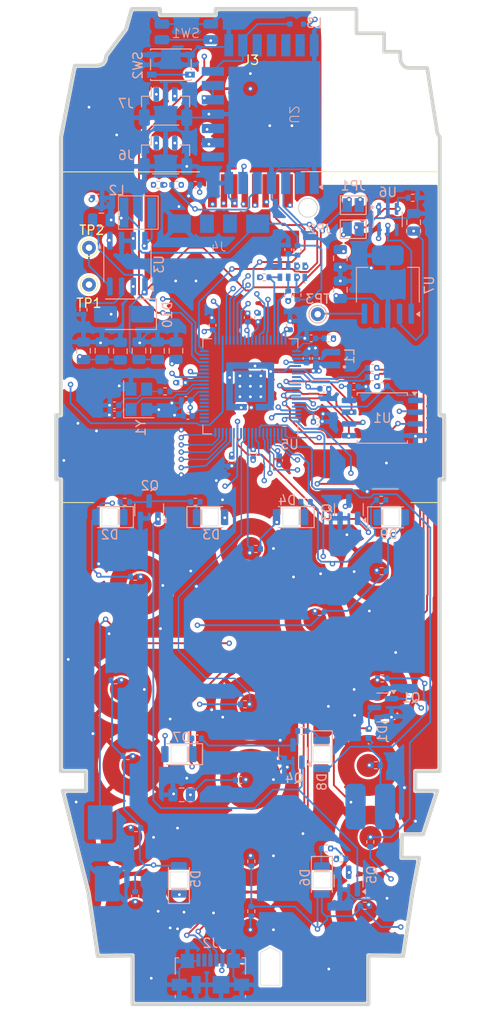
<source format=kicad_pcb>
(kicad_pcb (version 20241229) (generator "pcbnew") (generator_version "9.0")
  (layers (0 "F.Cu" signal) (4 "In1.Cu" signal) (6 "In2.Cu" signal) (2 "B.Cu" signal) (13 "F.Paste" user) (15 "B.Paste" user) (5 "F.SilkS" user "F.Silkscreen") (7 "B.SilkS" user "B.Silkscreen") (1 "F.Mask" user) (3 "B.Mask" user) (25 "Edge.Cuts" user))
  (net 0 "")
  (net 1 "/Power/CHARGING SOURCE+")
  (net 2 "Net-(C4-Pad1)")
  (net 3 "+1V1")
  (net 4 "Net-(J1-Pin_7)")
  (net 5 "/VREG_AVDD")
  (net 6 "+3V3")
  (net 8 "QSPI_SS")
  (net 9 "Net-(U5-USB_DP)")
  (net 10 "Net-(U5-USB_DM)")
  (net 11 "Net-(D2-K)")
  (net 12 "Net-(U6-IN)")
  (net 15 "/VREG_LX")
  (net 21 "Net-(D1-A)")
  (net 22 "Net-(Y2-VBACKUP)")
  (net 23 "RTC_SDA")
  (net 25 "Net-(R1-Pad2)")
  (net 26 "Net-(U3-PROG)")
  (net 27 "Net-(D3-K)")
  (net 28 "Net-(D4-K)")
  (net 29 "Net-(D5-K)")
  (net 30 "Net-(D6-K)")
  (net 31 "Net-(D7-K)")
  (net 32 "Net-(D8-K)")
  (net 33 "Net-(D9-K)")
  (net 34 "QSPI_SCLK")
  (net 35 "Net-(Q2-C)")
  (net 36 "Net-(Q5-C)")
  (net 38 "Net-(JP1-A)")
  (net 39 "RTC_SCL")
  (net 40 "GND")
  (net 41 "Net-(D10-K)")
  (net 42 "Net-(U5-XIN)")
  (net 43 "BATTERY+")
  (net 44 "Net-(D10-A)")
  (net 45 "DISPLAY_DC")
  (net 46 "DISPLAY_CS")
  (net 47 "DISPLAY_RESET")
  (net 48 "DISPLAY_TX")
  (net 49 "DISPLAY_CLOCK")
  (net 50 "Net-(J2-D-)")
  (net 51 "Net-(J2-D+)")
  (net 53 "Net-(J3-Pin_1)")
  (net 56 "Net-(J6-Pin_3)")
  (net 57 "Net-(J6-Pin_1)")
  (net 58 "Net-(J7-Pin_3)")
  (net 59 "Net-(J7-Pin_1)")
  (net 60 "SHUTDOWN")
  (net 61 "ENABLE")
  (net 62 "/Keypad/HASH")
  (net 63 "/Keypad/ASTERISK")
  (net 64 "/Keypad/ZERO")
  (net 65 "/Keypad/ONE")
  (net 66 "/Keypad/TWO")
  (net 67 "/Keypad/THREE")
  (net 68 "/Keypad/FOUR")
  (net 69 "/Keypad/FIVE")
  (net 70 "/Keypad/SIX")
  (net 71 "/Keypad/SEVEN")
  (net 72 "/Keypad/EIGHT")
  (net 73 "/Keypad/NINE")
  (net 74 "/Keypad/CANCEL")
  (net 75 "/Keypad/DOWN")
  (net 76 "/Keypad/SELECT")
  (net 77 "/Keypad/UP")
  (net 78 "Net-(U5-GPIO3)")
  (net 79 "Net-(Q1-B)")
  (net 80 "/Keypad/BACKLIGHT")
  (net 81 "Net-(Q3-C)")
  (net 82 "Net-(Q4-C)")
  (net 83 "Net-(U5-XOUT)")
  (net 84 "/Wireless/DI")
  (net 85 "/Wireless/CS")
  (net 86 "RTC_INT")
  (net 87 "Net-(Y2-EVI)")
  (net 88 "/Power/~{CHARGING}")
  (net 89 "/Power/~{STANDBY}")
  (net 90 "/Power/PWR_GOOD")
  (net 91 "Net-(U1-DI(IO0))")
  (net 92 "Net-(U1-IO2)")
  (net 93 "Net-(U1-DO(IO1))")
  (net 94 "Net-(U1-IO3)")
  (net 95 "/Wireless/~{STANDBY}")
  (net 96 "/Wireless/CLK")
  (net 99 "Net-(U2-B7_VDDIO)")
  (net 100 "Net-(U2-A6_DO)")
  (net 101 "Net-(U2-B3_IRQ)")
  (footprint "Jumper:thick-pad" (layer "F.Cu") (at 30.27 105.725)
    (property "Reference" "KP4" (hide yes))
    (property "Value" "Jumper_2_Open" (hide yes))
  )
  (footprint "Jumper:thick-pad" (layer "F.Cu") (at 31.05 86.2)
    (property "Reference" "KPC1" (hide yes))
    (property "Value" "C" (hide yes))
  )
  (footprint "Jumper:thick-pad" (layer "F.Cu") (at 56.77 97.475)
    (property "Reference" "KP3" (hide yes))
    (property "Value" "3" (hide yes))
  )
  (footprint "Jumper:thick-pad" (layer "F.Cu") (at 55.52 121.475)
    (property "Reference" "KP#1" (hide yes))
    (property "Value" "Jumper_2_Open" (hide yes))
  )
  (footprint "Jumper:thick-pad" (layer "F.Cu") (at 30.52 121.475)
    (property "Reference" "KP*1" (hide yes))
    (property "Value" "Jumper_2_Open" (hide yes))
  )
  (footprint "Jumper:thick-pad" (layer "F.Cu") (at 29.02 97.475)
    (property "Reference" "KP1" (hide yes))
    (property "Value" "Jumper_2_Open" (hide yes))
  )
  (footprint "Jumper:thick-pad" (layer "F.Cu") (at 43.02 82.25)
    (property "Reference" "KPSELECT1" (hide yes))
    (property "Value" "Jumper_2_Open" (hide yes))
  )
  (footprint "Jumper:thick-pad" (layer "F.Cu") (at 43.02 123.475)
    (property "Reference" "KP0" (hide yes))
    (property "Value" "Jumper_2_Open" (hide yes))
  )
  (footprint "Jumper:thick-pad" (layer "F.Cu") (at 55.77 105.725)
    (property "Reference" "KP6" (hide yes))
    (property "Value" "Jumper_2_Open" (hide yes))
  )
  (footprint "Connector_PinHeader_1.00mm:PinHeader_1x02_P1.00mm_Vertical_SMD_Pin1Left" (layer "F.Cu") (at 42.588477 28)
    (property "Reference" "J3")
    (property "Value" "Speaker Pads" (hide yes))
  )
  (footprint "Jumper:thick-pad" (layer "F.Cu") (at 30.02 113.427384)
    (property "Reference" "KP7" (hide yes))
    (property "Value" "Jumper_2_Open" (hide yes))
  )
  (footprint "Connector:screen" (layer "F.Cu") (at 42.705 45.7)
    (property "Reference" "J1" (hide yes))
    (property "Value" "Conn_01x07" (hide yes))
  )
  (footprint "TestPoint:TestPoint_THTPad_D1.5mm_Drill0.7mm" (layer "F.Cu") (at 25 49.2)
    (property "Reference" "TP1")
    (property "Value" "TestPoint")
  )
  (footprint "Jumper:thick-pad" (layer "F.Cu") (at 43.02 115.475)
    (property "Reference" "KP8" (hide yes))
    (property "Value" "Jumper_2_Open" (hide yes))
  )
  (footprint "Jumper:thick-pad" (layer "F.Cu") (at 56.77 84.775)
    (property "Reference" "KPUP1" (hide yes))
    (property "Value" "Jumper_2_Open" (hide yes))
  )
  (footprint "Jumper:thick-pad" (layer "F.Cu") (at 43.02 107.225)
    (property "Reference" "KP5" (hide yes))
    (property "Value" "Jumper_2_Open" (hide yes))
  )
  (footprint "Jumper:thick-pad" (layer "F.Cu") (at 56.02 113.475)
    (property "Reference" "KP9" (hide yes))
    (property "Value" "Jumper_2_Open" (hide yes))
  )
  (footprint "Jumper:thick-pad" (layer "F.Cu") (at 50 90)
    (property "Reference" "KPDOWN1" (hide yes))
    (property "Value" "Jumper_2_Open" (hide yes))
  )
  (footprint "Jumper:thick-pad" (layer "F.Cu") (at 43.02 99.225)
    (property "Reference" "KP2" (hide yes))
    (property "Value" "Jumper_2_Open" (hide yes))
  )
  (footprint "TestPoint:TestPoint_THTPad_D1.5mm_Drill0.7mm" (layer "F.Cu") (at 25 45.2)
    (property "Reference" "TP2")
    (property "Value" "TestPoint")
  )
  (footprint "Package_SO:SOIC-8_5.23x5.23mm_P1.27mm" (layer "B.Cu") (at 56.8 63.63 180)
    (property "Reference" "U1")
    (property "Value" "W25Q128JVS")
  )
  (footprint "Package_TO_SOT_SMD:SOT-23" (layer "B.Cu") (at 31.525 73.5625 90)
    (property "Reference" "Q2")
    (property "Value" "BC847")
  )
  (footprint "Package_TO_SOT_SMD:SOT-23" (layer "B.Cu") (at 47.125 99.9375 90)
    (property "Reference" "Q4")
    (property "Value" "BC847")
  )
  (footprint "Resistor_SMD:R_0402_1005Metric" (layer "B.Cu") (at 30 80.8)
    (property "Reference" "R30" (hide yes))
    (property "Value" "3k")
  )
  (footprint "Capacitor_SMD:C_0805_2012Metric" (layer "B.Cu") (at 30.418 56.35 90)
    (property "Reference" "C26" (hide yes))
    (property "Value" "22uF")
  )
  (footprint "Capacitor_SMD:C_0805_2012Metric" (layer "B.Cu") (at 60.2 42.45 90)
    (property "Reference" "C22" (hide yes))
    (property "Value" "22uF")
  )
  (footprint "Resistor_SMD:R_0402_1005Metric" (layer "B.Cu") (at 47.6 45.49 -90)
    (property "Reference" "R40" (hide yes))
    (property "Value" "120R")
  )
  (footprint "RF_WiFi:RM2" (layer "B.Cu") (at 43.325 28.4 90)
    (property "Reference" "U2")
    (property "Value" "~")
  )
  (footprint "Resistor_SMD:R_0402_1005Metric" (layer "B.Cu") (at 56.71 80.2 180)
    (property "Reference" "R32" (hide yes))
    (property "Value" "3k")
  )
  (footprint "LED_SMD:LED_REVERSE" (layer "B.Cu") (at 27.525 74.35 180)
    (property "Reference" "D2")
    (property "Value" "LED")
  )
  (footprint "Resistor_SMD:R_0402_1005Metric" (layer "B.Cu") (at 56.09 101.2 180)
    (property "Reference" "R26" (hide yes))
    (property "Value" "3k")
  )
  (footprint "Capacitor_SMD:C_0402_1005Metric" (layer "B.Cu") (at 50.52 60.46)
    (property "Reference" "C12" (hide yes))
    (property "Value" "100nF")
  )
  (footprint "Resistor_SMD:R_0402_1005Metric" (layer "B.Cu") (at 30.09 108)
    (property "Reference" "R21" (hide yes))
    (property "Value" "3k")
  )
  (footprint "Resistor_SMD:R_0402_1005Metric" (layer "B.Cu") (at 44 48.4 180)
    (property "Reference" "R16" (hide yes))
    (property "Value" "10k")
  )
  (footprint "Resistor_SMD:R_0402_1005Metric" (layer "B.Cu") (at 43.09 77.8)
    (property "Reference" "R31" (hide yes))
    (property "Value" "3k")
  )
  (footprint "Package_TO_SOT_SMD:SOT-23" (layer "B.Cu") (at 53.15 113.7125 90)
    (property "Reference" "Q5")
    (property "Value" "BC847")
  )
  (footprint "Connector_JST:JST_SH_BM03B-SRSS-TB_1x03-1MP_P1.00mm_Vertical" (layer "B.Cu") (at 33.3 35.2)
    (property "Reference" "J6")
    (property "Value" "BM03B-SRSS-TB")
  )
  (footprint "Capacitor_SMD:C_0805_2012Metric" (layer "B.Cu") (at 32.424 56.35 90)
    (property "Reference" "C27" (hide yes))
    (property "Value" "10u")
  )
  (footprint "Capacitor_SMD:C_0805_2012Metric" (layer "B.Cu") (at 26.406 56.35 90)
    (property "Reference" "C30" (hide yes))
    (property "Value" "22uF")
  )
  (footprint "Resistor_SMD:R_0402_1005Metric" (layer "B.Cu") (at 24.4 51.91 90)
    (property "Reference" "R34" (hide yes))
    (property "Value" "1K")
  )
  (footprint "Capacitor_SMD:C_0402_1005Metric" (layer "B.Cu") (at 38.4 53.6 90)
    (property "Reference" "C18" (hide yes))
    (property "Value" "100nF")
  )
  (footprint "Package_TO_SOT_SMD:SOT-23" (layer "B.Cu") (at 56.8625 94.95 180)
    (property "Reference" "Q1")
    (property "Value" "BC847")
  )
  (footprint "Capacitor_SMD:C_0402_1005Metric" (layer "B.Cu") (at 43.325 52.77 90)
    (property "Reference" "C11" (hide yes))
    (property "Value" "100nF")
  )
  (footprint "Resistor_SMD:R_0402_1005Metric" (layer "B.Cu") (at 34.49 38.4 180)
    (property "Reference" "R14" (hide yes))
    (property "Value" "470")
  )
  (footprint "Resistor_SMD:R_0402_1005Metric" (layer "B.Cu") (at 55.69 59.2 180)
    (property "Reference" "R7" (hide yes))
    (property "Value" "27")
  )
  (footprint "Resistor_SMD:R_0402_1005Metric" (layer "B.Cu") (at 52.36 111.3 180)
    (property "Reference" "R10" (hide yes))
    (property "Value" "220")
  )
  (footprint "Capacitor_SMD:C_0402_1005Metric" (layer "B.Cu") (at 42.2 52.755 90)
    (property "Reference" "C16" (hide yes))
    (property "Value" "100nF")
  )
  (footprint "Audio_Module:buzzer" (layer "B.Cu") (at 26.678713 118.3 180)
    (property "Reference" "LS1" (hide yes))
    (property "Value" "Buzzer")
  )
  (footprint "Resistor_SMD:R_0402_1005Metric" (layer "B.Cu") (at 30 115.4 90)
    (property "Reference" "R9" (hide yes))
    (property "Value" "3k")
  )
  (footprint "Connector_JST:JST_SH_BM03B-SRSS-TB_1x03-1MP_P1.00mm_Vertical" (layer "B.Cu") (at 33.3 29.925)
    (property "Reference" "J7")
    (property "Value" "BM03B-SRSS-TB")
  )
  (footprint "Button_Switch_SMD:SW_SPST_PTS810" (layer "B.Cu") (at 33.875 25.4 180)
    (property "Reference" "SW2")
    (property "Value" "BOOT")
  )
  (footprint "Capacitor_SMD:C_0402_1005Metric" (layer "B.Cu") (at 36.52 38.4)
    (property "Reference" "C79" (hide yes))
    (property "Value" "100nF")
  )
  (footprint "Connector_USB:USB_Micro-B_Molex_47346-0001" (layer "B.Cu") (at 38.1625 123.75 180)
    (property "Reference" "J2")
    (property "Value" "USB_B_Micro")
  )
  (footprint "Capacitor_SMD:C_0402_1005Metric" (layer "B.Cu") (at 46.6 45.4 90)
    (property "Reference" "C5" (hide yes))
    (property "Value" "100nF")
  )
  (footprint "Resistor_SMD:R_0402_1005Metric" (layer "B.Cu") (at 56.8 91.8 180)
    (property "Reference" "R29" (hide yes))
    (property "Value" "3k")
  )
  (footprint "RP2350_80QFN_minimal:RP2350-QFN-80-1EP_10x10_P0.4mm_EP3.4x3.4mm_ThermalVias" (layer "B.Cu") (at 42.4965 60.2 90)
    (property "Reference" "U5")
    (property "Value" "RP2350_80QFN")
  )
  (footprint "Button_Switch_SMD:power switch" (layer "B.Cu") (at 35.6 27.6 180)
    (property "Reference" "SW1")
    (property "Value" "EVQPUA02K")
  )
  (footprint "LED_SMD:LED_REVERSE" (layer "B.Cu") (at 37.9 74.35)
    (property "Reference" "D3")
    (property "Value" "LED")
  )
  (footprint "CoreElectronics_Components:MicroCrystal_RV3028C7" (layer "B.Cu") (at 47.05 47.8 180)
    (property "Reference" "Y2" (hide yes))
    (property "Value" "RV-3028-C7_32.768kHz_1ppm_TA_QC" (hide yes))
  )
  (footprint "Jumper:SolderJumper-2_P1.3mm_Open_Pad1.0x1.5mm" (layer "B.Cu") (at 53.65 43.2 180)
    (property "Reference" "JP1")
    (property "Value" "Allow Shutdown")
  )
  (footprint "LED_SMD:LED_REVERSE" (layer "B.Cu") (at 47.125 74.35 180)
    (property "Reference" "D4")
    (property "Value" "LED")
  )
  (footprint "TestPoint:TestPoint_THTPad_D1.5mm_Drill0.7mm" (layer "B.Cu") (at 49.8 52.4 180)
    (property "Reference" "TP3")
    (property "Value" "TestPoint")
  )
  (footprint "Battery:battery" (layer "B.Cu") (at 39.038102 45.1 180)
    (property "Reference" "J4")
    (property "Value" "Battery Connection Pads")
  )
  (footprint "Resistor_SMD:R_0402_1005Metric" (layer "B.Cu") (at 41.91 94.6 180)
    (property "Reference" "R28" (hide yes))
    (property "Value" "3k")
  )
  (footprint "Resistor_SMD:R_0402_1005Metric" (layer "B.Cu") (at 47.6 50.31 90)
    (property "Reference" "R37" (hide yes))
    (property "Value" "10k")
  )
  (footprint "Package_TO_SOT_SMD:SOT-23" (layer "B.Cu") (at 53.175 73.5375 90)
    (property "Reference" "Q3")
    (property "Value" "BC847")
  )
  (footprint "Capacitor_SMD:C_0402_1005Metric" (layer "B.Cu") (at 49.805 64.025)
    (property "Reference" "C14" (hide yes))
    (property "Value" "100nF")
  )
  (footprint "Capacitor_SMD:C_0402_1005Metric" (layer "B.Cu") (at 49.08 55 180)
    (property "Reference" "C9" (hide yes))
    (property "Value" "4.7u")
  )
  (footprint "Resistor_SMD:R_0402_1005Metric" (layer "B.Cu") (at 28.885 72.7 180)
    (property "Reference" "R4" (hide yes))
    (property "Value" "220")
  )
  (footprint "Capacitor_SMD:C_0402_1005Metric" (layer "B.Cu") (at 53.72 60.225)
    (property "Reference" "C2" (hide yes))
    (property "Value" "100nF")
  )
  (footprint "LED_SMD:LED_REVERSE" (layer "B.Cu") (at 35.025 100 180)
    (property "Reference" "D7")
    (property "Value" "LED")
  )
  (footprint "Jumper:SolderJumper-2_P1.3mm_Open_Pad1.0x1.5mm" (layer "B.Cu") (at 53.65 40.6)
    (property "Reference" "JP2")
    (property "Value" "Always On")
  )
  (footprint "Capacitor_SMD:C_0402_1005Metric" (layer "B.Cu") (at 48.58 57.18 90)
    (property "Reference" "C6" (hide yes))
    (property "Value" "4.7u")
  )
  (footprint "Capacitor_SMD:C_0402_1005Metric" (layer "B.Cu") (at 35.72 63.4 180)
    (property "Reference" "C21" (hide yes))
    (property "Value" "100nF")
  )
  (footprint "Diode_SMD:D_SMA" (layer "B.Cu") (at 28.8 52.4 180)
    (property "Reference" "D10")
    (property "Value" "SS34")
  )
  (footprint "Capacitor_SMD:C_0402_1005Metric" (layer "B.Cu") (at 40.475 68.32 -90)
    (property "Reference" "C17" (hide yes))
    (property "Value" "100nF")
  )
  (footprint "Resistor_SMD:R_0402_1005Metric" (layer "B.Cu") (at 42.6 111.6 -90)
    (property "Reference" "R22" (hide yes))
    (property "Value" "3k")
  )
  (footprint "Resistor_SMD:R_0402_1005Metric" (layer "B.Cu") (at 42.6 117 90)
    (property "Reference" "R19" (hide yes))
    (property "Value" "3k")
  )
  (footprint "Capacitor_SMD:C_0402_1005Metric" (layer "B.Cu") (at 27.75 62.25 180)
    (property "Reference" "C4" (hide yes))
    (property "Value" "15p")
  )
  (footprint "Capacitor_SMD:C_0402_1005Metric" (layer "B.Cu") (at 27.75 63.25 180)
    (property "Reference" "C3" (hide yes))
    (property "Value" "15p")
  )
  (footprint "Resistor_SMD:R_0402_1005Metric" (layer "B.Cu") (at 33.25 60.75 180)
    (property "Reference" "R2" (hide yes))
    (property "Value" "1k")
  )
  (footprint "RP2350_80QFN_minimal:L_pol_2016" (layer "B.Cu") (at 51.39179 57.2 90)
    (property "Reference" "L1")
    (property "Value" "3.3u")
  )
  (footprint "LED_SMD:LED_REVERSE" (layer "B.Cu") (at 57.5 74.375)
    (property "Reference" "D9")
    (property "Value" "LED")
  )
  (footprint "Resistor_SMD:R_0402_1005Metric" (layer "B.Cu") (at 27.89 92 180)
    (property "Reference" "R27" (hide yes))
    (property "Value" "3k")
  )
  (footprint "Capacitor_SMD:C_0402_1005Metric" (layer "B.Cu") (at 35.5 61.675 180)
    (property "Reference" "C13" (hide yes))
    (property "Value" "100nF")
  )
  (footprint "Resistor_SMD:R_0402_1005Metric" (layer "B.Cu") (at 48.485 72.7 180)
    (property "Reference" "R6" (hide yes))
    (property "Value" "220")
  )
  (footprint "Capacitor_SMD:C_0805_2012Metric" (layer "B.Cu") (at 52.25 46.35 -90)
    (property "Reference" "C23" (hide yes))
    (property "Value" "10u")
  )
  (footprint "Capacitor_SMD:C_0402_1005Metric" (layer "B.Cu") (at 46.8 53.6 90)
    (property "Reference" "C20" (hide yes))
    (property "Value" "100nF")
  )
  (footprint "LED_SMD:LED_REVERSE" (layer "B.Cu") (at 34.75 113.875 90)
    (property "Reference" "D5")
    (property "Value" "LED")
  )
  (footprint "Resistor_SMD:R_0402_1005Metric" (layer "B.Cu") (at 29.2 100.2)
    (property "Reference" "R24" (hide yes))
    (property "Value" "3k")
  )
  (footprint "Capacitor_SMD:C_0805_2012Metric" (layer "B.Cu") (at 52.25 49.75 90)
    (property "Reference" "C25" (hide yes))
    (property "Value" "100nF")
  )
  (footprint "Capacitor_SMD:C_0805_2012Metric" (layer "B.Cu") (at 24.4 56.35 90)
    (property "Reference" "C29" (hide yes))
    (property "Value" "100nF")
  )
  (footprint "Resistor_SMD:R_0402_1005Metric" (layer "B.Cu") (at 55.5 109.51 -90)
    (property "Reference" "R23" (hide yes))
    (property "Value" "3k")
  )
  (footprint "Capacitor_SMD:C_0402_1005Metric" (layer "B.Cu") (at 49.59 57.18 90)
    (property "Reference" "C7" (hide yes))
    (property "Value" "4.7u")
  )
  (footprint "Resistor_SMD:R_0402_1005Metric" (layer "B.Cu") (at 60.11 39.8 180)
    (property "Reference" "R35" (hide yes))
    (property "Value" "3k")
  )
  (footprint "Capacitor_SMD:C_0805_2012Metric" (layer "B.Cu") (at 26.35 42.2)
    (property "Reference" "C1" (hide yes))
    (property "Value" "100nF")
  )
  (footprint "Package_TO_SOT_SMD:SOT-223-6" (layer "B.Cu") (at 57.4 49.2 90)
    (property "Reference" "U7")
    (property "Value" "MCP1825T")
  )
  (footprint "Resistor_SMD:R_0402_1005Metric" (layer "B.Cu") (at 36.535 72.7)
    (property "Reference" "R5" (hide yes))
    (property "Value" "220")
  )
  (footprint "Resistor_SMD:R_0402_1005Metric" (layer "B.Cu") (at 56.685 72.475)
    (property "Reference" "R13" (hide yes))
    (property "Value" "220")
  )
  (footprint "Resistor_SMD:R_0402_1005Metric" (layer "B.Cu") (at 41.4 102.8)
    (property "Reference" "R25" (hide yes))
    (property "Value" "3k")
  )
  (footprint "Resistor_SMD:R_0402_1005Metric" (layer "B.Cu") (at 55.69 58.2 180)
    (property "Reference" "R8" (hide yes))
    (property "Value" "27")
  )
  (footprint "Resistor_SMD:R_0402_1005Metric" (layer "B.Cu") (at 25.91 39.8 180)
    (property "Reference" "R41" (hide yes))
    (property "Value" "10k")
  )
  (footprint "Resistor_SMD:R_0402_1005Metric" (layer "B.Cu") (at 36.665 98.3 180)
    (property "Reference" "R11" (hide yes))
    (property "Value" "220")
  )
  (footprint "Capacitor_SMD:C_0402_1005Metric" (layer "B.Cu") (at 35 59.8 180)
    (property "Reference" "C10" (hide yes))
    (property "Value" "4.7u")
  )
  (footprint "LED_SMD:LED_REVERSE" (layer "B.Cu") (at 50.25 113.35 -90)
    (property "Reference" "D6")
    (property "Value" "LED")
  )
  (footprint "Resistor_SMD:R_0402_1005Metric" (layer "B.Cu") (at 51 55 180)
    (property "Reference" "R3" (hide yes))
    (property "Value" "33")
  )
  (footprint "Capacitor_SMD:C_0805_2012Metric" (layer "B.Cu") (at 34.43 56.35 90)
    (property "Reference" "C28" (hide yes))
    (property "Value" "22uF")
  )
  (footprint "Resistor_SMD:R_0402_1005Metric" (layer "B.Cu") (at 48.125 97.5)
    (property "Reference" "R12" (hide yes))
    (property "Value" "220")
  )
  (footprint "Resistor_SMD:R_0402_1005Metric" (layer "B.Cu") (at 54.91 116.4 180)
    (property "Reference" "R20" (hide yes))
    (property "Value" "3k")
  )
  (footprint "Motors:vibrator" (layer "B.Cu") (at 55.5 111.3 180)
    (property "Reference" "M1" (hide yes))
    (property "Value" "Vibration")
  )
  (footprint "Package_TO_SOT_SMD:SOT-23-6" (layer "B.Cu") (at 57.4 42.1375 -90)
    (property "Reference" "U6")
    (property "Value" "MAX16054")
  )
  (footprint "LED_SMD:LED_REVERSE" (layer "B.Cu") (at 50.25 99.75 -90)
    (property "Reference" "D8")
    (property "Value" "LED")
  )
  (footprint "Resistor_SMD:R_0402_1005Metric" (layer "B.Cu") (at 46.6 50.4 -90)
    (property "Reference" "R17" (hide yes))
    (property "Value" "10k")
  )
  (footprint "Resistor_SMD:R_0402_1005Metric" (layer "B.Cu") (at 56.83 60.18 180)
    (property "Reference" "R1" (hide yes))
    (property "Value" "10k")
  )
  (footprint "Capacitor_SMD:C_0805_2012Metric" (layer "B.Cu") (at 28.4 56.4 90)
    (property "Reference" "C32" (hide yes))
    (property "Value" "22uF")
  )
  (footprint "Capacitor_SMD:C_0805_2012Metric" (layer "B.Cu") (at 35.05 104.4 180)
    (property "Reference" "C19" (hide yes))
    (property "Value" "10u")
  )
  (footprint "Resistor_SMD:R_0402_1005Metric" (layer "B.Cu") (at 50 84.6 180)
    (property "Reference" "R33" (hide yes))
    (property "Value" "3k")
  )
  (footprint "Capacitor_SMD:C_0402_1005Metric" (layer "B.Cu") (at 45.62 68.21 -90)
    (property "Reference" "C15" (hide yes))
    (property "Value" "100nF")
  )
  (footprint "Resistor_SMD:R_0402_1005Metric" (layer "B.Cu") (at 32.49 38.4)
    (property "Reference" "R15" (hide yes))
    (property "Value" "10k")
  )
  (footprint "Diode_SMD:D_0402_1005Metric" (layer "B.Cu") (at 55.3 97.785 90)
    (property "Reference" "D1")
    (property "Value" "D")
  )
  (footprint "Inductor_SMD:L_Neosid_MicroCoil_Ms36-L" (layer "B.Cu") (at 30.2 40.9 180)
    (property "Reference" "L2")
    (property "Value" "4.7uH")
  )
  (footprint "Resistor_SMD:R_0402_1005Metric" (layer "B.Cu") (at 50.69 110.2 180)
    (property "Reference" "R18" (hide yes))
    (property "Value" "220")
  )
  (footprint "Package_SO:SOIC-8_3.9x4.9mm_P1.27mm" (layer "B.Cu") (at 29.165 46.925 90)
    (property "Reference" "U3")
    (property "Value" "TP5400")
  )
  (footprint "Crystal:Crystal_SMD_3225-4Pin_3.2x2.5mm" (layer "B.Cu") (at 30.4 61.6 90)
    (property "Reference" "Y1")
    (property "Value" "ABM8-272-T3")
  )
  (footprint "Inductor_SMD:L_0201_0603Metric" (layer "B.Cu") (at 47.775 21 180)
    (property "Reference" "L3")
    (property "Value" "BLM18EG471SN1D")
  )
  (footprint "Capacitor_SMD:C_0402_1005Metric" (layer "B.Cu") (at 42.8 67.52 -90)
    (property "Reference" "C8" (hide yes))
    (property "Value" "100nF")
  )
  (gr_line (start 62.825 72.775) (end 59.9 72.775) (stroke (width 0.1)) (layer "F.SilkS"))
  (gr_line (start 22.175 72.775) (end 25.5 72.775) (stroke (width 0.1)) (layer "F.SilkS"))
  (gr_line (start 62.775 36.975) (end 48 36.975) (stroke (width 0.1)) (layer "F.SilkS"))
  (gr_line (start 22.15 37) (end 37 37) (stroke (width 0.1)) (layer "F.SilkS"))
  (gr_rect (start 33.8 112.75) (end 35.7 114.45) (stroke (width 0.05)) (fill no) (layer "Edge.Cuts"))
  (gr_rect (start 33.9 99.05) (end 35.6 100.95) (stroke (width 0.05)) (fill no) (layer "Edge.Cuts"))
  (gr_rect (start 46.015 73.4) (end 47.715 75.3) (stroke (width 0.05)) (fill no) (layer "Edge.Cuts"))
  (gr_rect (start 49.3 99.15) (end 51.2 100.85) (stroke (width 0.05)) (fill no) (layer "Edge.Cuts"))
  (gr_rect (start 49.3 112.775) (end 51.2 114.475) (stroke (width 0.05)) (fill no) (layer "Edge.Cuts"))
  (gr_poly (pts (xy 54 22) (xy 55.9 22) (xy 57 22) (xy 57 24) (xy 58.743594 24) (xy 58.743564 24.550764) (xy 58.8 25.050764) (xy 58.9 25.250764) (xy 59.05 25.450764) (xy 59.2 25.600764) (xy 59.4 25.700764) (xy 59.6 25.750764) (xy 59.75 25.750764) (xy 59.95 25.750076) (xy 61.663401 25.750764) (xy 62.773526 32.816461) (xy 63.036104 33.238764) (xy 63.036104 63.3) (xy 63.536104 63.3) (xy 63.536104 70.3) (xy 63.036104 70.3) (xy 63.036104 101.85) (xy 60.4 101.85) (xy 60.4 103.95) (xy 62.778579 103.95) (xy 61.236332 108.695765) (xy 58.941041 108.695765) (xy 58.9 111.2) (xy 60.8172 111.2) (xy 60.686364 111.897377) (xy 60.092057 114.987095) (xy 59.079399 121.846959) (xy 55.315781 121.8) (xy 55.315781 123.8) (xy 55.315781 127.06153) (xy 29.702428 127.06153) (xy 29.702428 123.8) (xy 29.7 121.8) (xy 25.938684 121.851668) (xy 24.926762 114.987095) (xy 22.143849 103.95) (xy 24.65 103.95) (xy 24.65 101.85) (xy 21.938102 101.85) (xy 21.938102 70.3) (xy 21.438102 70.3) (xy 21.438102 63.3) (xy 21.938102 63.3) (xy 21.938102 33.238853) (xy 23.446323 25.500764) (xy 25.85 25.500764) (xy 26.15 25.45) (xy 26.5 25.3) (xy 26.7 25.05) (xy 26.8 24.8) (xy 26.87 24.4) (xy 29 21.55) (xy 29.620101 19.361414) (xy 32.71 19.361414) (xy 32.71 20.011414) (xy 38.71 20.011414) (xy 38.71 19.361414) (xy 54 19.361414)) (stroke (width 0.399999)) (fill no) (layer "Edge.Cuts"))
  (gr_rect (start 26.4 73.4) (end 28.1 75.3) (stroke (width 0.05)) (fill no) (layer "Edge.Cuts"))
  (gr_rect (start 37.31 73.4) (end 39.01 75.3) (stroke (width 0.05)) (fill no) (layer "Edge.Cuts"))
  (gr_rect (start 56.925 73.4) (end 58.625 75.3) (stroke (width 0.05)) (fill no) (layer "Edge.Cuts"))
  (gr_circle (center 48.740456 40.881938) (end 49.765456 40.881938) (stroke (width 0.1)) (fill no) (layer "Edge.Cuts"))
  (gr_poly (pts (xy 43.609 125) (xy 45.709 125) (xy 45.709 121.461) (xy 44.659 120.9) (xy 43.609 121.469)) (stroke (width 0.05)) (fill no) (layer "Edge.Cuts"))
  (via (at 34 57.75) (size 0.6) (drill 0.3) (layers "F.Cu" "B.Cu") (net 1))
  (via (at 27.2 44.4) (size 0.6) (drill 0.3) (layers "F.Cu" "B.Cu") (net 1))
  (via (at 39.4 123.4) (size 0.6) (drill 0.3) (layers "F.Cu" "B.Cu") (net 1))
  (segment (start 39.4625 123.3375) (end 39.4 123.4) (width 0.2) (layer "B.Cu") (net 1))
  (segment (start 39.4625 122.29) (end 39.4625 123.3375) (width 0.2) (layer "B.Cu") (net 1))
  (segment (start 28.98 61.5) (end 28.23 62.25) (width 0.15) (layer "B.Cu") (net 2))
  (segment (start 30.25 61.5) (end 31.25 60.5) (width 0.15) (layer "B.Cu") (net 2))
  (segment (start 32.74 60.75) (end 31.5 60.75) (width 0.15) (layer "B.Cu") (net 2))
  (segment (start 30.25 61.5) (end 28.98 61.5) (width 0.15) (layer "B.Cu") (net 2))
  (segment (start 49.321714 58.52147) (end 49.94147 58.52147) (width 0.5) (layer "F.Cu") (net 3))
  (segment (start 44.7 58.6) (end 44.77853 58.52147) (width 0.5) (layer "F.Cu") (net 3))
  (segment (start 49.94147 58.52147) (end 49.95 58.53) (width 0.5) (layer "F.Cu") (net 3))
  (segment (start 44.77853 58.52147) (end 49.321714 58.52147) (width 0.5) (layer "F.Cu") (net 3))
  (via (at 41.5 62.5) (size 0.6) (drill 0.3) (layers "F.Cu" "B.Cu") (net 3))
  (via (at 43 58) (size 0.6) (drill 0.3) (layers "F.Cu" "B.Cu") (net 3))
  (via (at 43.2 52.2) (size 0.6) (drill 0.3) (layers "F.Cu" "B.Cu") (net 3))
  (via (at 34.4 59.8) (size 0.6) (drill 0.3) (layers "F.Cu" "B.Cu") (net 3))
  (via (at 49.95 58.53) (size 0.6) (drill 0.3) (layers "F.Cu" "B.Cu") (net 3))
  (via (at 44.7 58.6) (size 0.6) (drill 0.3) (layers "F.Cu" "B.Cu") (net 3))
  (via (at 42.8 68.2) (size 0.6) (drill 0.3) (layers "F.Cu" "B.Cu") (net 3))
  (via (at 40.25 59.25) (size 0.6) (drill 0.3) (layers "F.Cu" "B.Cu") (net 3))
  (via (at 49.321714 58.52147) (size 0.6) (drill 0.3) (layers "F.Cu" "B.Cu") (net 3))
  (segment (start 46.190244 58.6) (end 46.790244 58) (width 0.2) (layer "B.Cu") (net 3))
  (segment (start 46.790244 58) (end 47.49975 58) (width 0.2) (layer "B.Cu") (net 3))
  (segment (start 44.7 58.6) (end 46.190244 58.6) (width 0.2) (layer "B.Cu") (net 3))
  (via (at 39.6 40.4) (size 0.6) (drill 0.3) (layers "F.Cu" "B.Cu") (net 4))
  (via (at 37 39.2) (size 0.6) (drill 0.3) (layers "F.Cu" "B.Cu") (net 4))
  (segment (start 37 38.4) (end 37 39.2) (width 0.2) (layer "B.Cu") (net 4))
  (segment (start 50.49 55) (end 49.56 55) (width 0.15) (layer "B.Cu") (net 5))
  (segment (start 48.228 55.565) (end 48.995 55.565) (width 0.15) (layer "B.Cu") (net 5))
  (segment (start 48.995 55.565) (end 49.56 55) (width 0.15) (layer "B.Cu") (net 5))
  (segment (start 47.393 56.4) (end 48.228 55.565) (width 0.15) (layer "B.Cu") (net 5))
  (via (at 36.75 86.05) (size 0.6) (drill 0.3) (layers "F.Cu" "B.Cu") (net 6))
  (via (at 48.76 60.255) (size 0.6) (drill 0.3) (layers "F.Cu" "B.Cu") (net 6))
  (via (at 37 94.6) (size 0.6) (drill 0.3) (layers "F.Cu" "B.Cu") (net 6))
  (via (at 36 104.4) (size 0.6) (drill 0.3) (layers "F.Cu" "B.Cu") (net 6))
  (via (at 46.37 57.6) (size 0.6) (drill 0.3) (layers "F.Cu" "B.Cu") (net 6))
  (via (at 52.375 60.2) (size 0.6) (drill 0.3) (layers "F.Cu" "B.Cu") (net 6))
  (via (at 32 112) (size 0.6) (drill 0.3) (layers "F.Cu" "B.Cu") (net 6))
  (via (at 46.425 54.025) (size 0.6) (drill 0.3) (layers "F.Cu" "B.Cu") (net 6))
  (via (at 52.6 45.6) (size 0.6) (drill 0.3) (layers "F.Cu" "B.Cu") (net 6))
  (via (at 27.525 72.85) (size 0.6) (drill 0.3) (layers "F.Cu" "B.Cu") (net 6))
  (via (at 40.475 67.57) (size 0.6) (drill 0.3) (layers "F.Cu" "B.Cu") (net 6))
  (via (at 46.6 51) (size 0.6) (drill 0.3) (layers "F.Cu" "B.Cu") (net 6))
  (via (at 37.5 54.275) (size 0.6) (drill 0.3) (layers "F.Cu" "B.Cu") (net 6))
  (via (at 49.33 64.06) (size 0.6) (drill 0.3) (layers "F.Cu" "B.Cu") (net 6))
  (via (at 45.45 67.175) (size 0.6) (drill 0.3) (layers "F.Cu" "B.Cu") (net 6))
  (via (at 43.6 48.4) (size 0.6) (drill 0.3) (layers "F.Cu" "B.Cu") (net 6))
  (via (at 45.365 74.9) (size 0.6) (drill 0.3) (layers "F.Cu" "B.Cu") (net 6))
  (via (at 51.8 50.4) (size 0.6) (drill 0.3) (layers "F.Cu" "B.Cu") (net 6))
  (via (at 57.75 113.5) (size 0.6) (drill 0.3) (layers "F.Cu" "B.Cu") (net 6))
  (via (at 47.6 47.2) (size 0.6) (drill 0.3) (layers "F.Cu" "B.Cu") (net 6))
  (via (at 46.8 40.6) (size 0.6) (drill 0.3) (layers "F.Cu" "B.Cu") (net 6))
  (via (at 51.5 55.1) (size 0.6) (drill 0.3) (layers "F.Cu" "B.Cu") (net 6))
  (via (at 49.775 118.925) (size 0.6) (drill 0.3) (layers "F.Cu" "B.Cu") (net 6))
  (via (at 49.5 20.5) (size 0.6) (drill 0.3) (layers "F.Cu" "B.Cu") (net 6))
  (via (at 42.125 54.15) (size 0.6) (drill 0.3) (layers "F.Cu" "B.Cu") (net 6))
  (via (at 33.25 98) (size 0.6) (drill 0.3) (layers "F.Cu" "B.Cu") (net 6))
  (via (at 61.405 92.35) (size 0.6) (drill 0.3) (layers "F.Cu" "B.Cu") (net 6))
  (via (at 58 76.25) (size 0.6) (drill 0.3) (layers "F.Cu" "B.Cu") (net 6))
  (via (at 39.725 74.425) (size 0.6) (drill 0.3) (layers "F.Cu" "B.Cu") (net 6))
  (via (at 26.055 80.6285) (size 0.6) (drill 0.3) (layers "F.Cu" "B.Cu") (net 6))
  (via (at 35.975 62.5) (size 0.6) (drill 0.3) (layers "F.Cu" "B.Cu") (net 6))
  (via (at 58.805 118.7) (size 0.6) (drill 0.3) (layers "F.Cu" "B.Cu") (net 6))
  (segment (start 42.2 54.075) (end 42.125 54.15) (width 0.2) (layer "B.Cu") (net 6))
  (segment (start 61.405 92.35) (end 60.855 91.8) (width 0.2) (layer "B.Cu") (net 6))
  (segment (start 37 94.6) (end 41.4 94.6) (width 0.2) (layer "B.Cu") (net 6))
  (segment (start 35.975 62.5) (end 35.975 63.175) (width 0.2) (layer "B.Cu") (net 6))
  (segment (start 52.25 50.7) (end 55.592499 50.7) (width 0.2) (layer "B.Cu") (net 6))
  (segment (start 27.5 99.01) (end 27.5 92) (width 0.2) (layer "B.Cu") (net 6))
  (segment (start 45.8965 55.19675) (end 45.8965 54.5535) (width 0.2) (layer "B.Cu") (net 6))
  (segment (start 45.364999 67.431619) (end 45.364999 67.474999) (width 0.15) (layer "B.Cu") (net 6))
  (segment (start 58 76.25) (end 58.169975 76.25) (width 0.2) (layer "B.Cu") (net 6))
  (segment (start 52.375 60.2) (end 53.215 60.2) (width 0.15) (layer "B.Cu") (net 6))
  (segment (start 55.765 98.735) (end 55.3 98.27) (width 0.2) (layer "B.Cu") (net 6))
  (segment (start 44.719999 66.786619) (end 45.364999 67.431619) (width 0.15) (layer "B.Cu") (net 6))
  (segment (start 28.8 100.31) (end 27.5 99.01) (width 0.2) (layer "B.Cu") (net 6))
  (segment (start 48.32 59.6) (end 48.52 59.8) (width 0.15) (layer "B.Cu") (net 6))
  (segment (start 46.2965 55.19675) (end 46.2965 54.1535) (width 0.2) (layer "B.Cu") (net 6))
  (segment (start 54.28 116.82) (end 54.28 116.3) (width 0.2) (layer "B.Cu") (net 6))
  (segment (start 53.02 84.5) (end 50.52 84.5) (width 0.2) (layer "B.Cu") (net 6))
  (segment (start 50.8 117.53) (end 53.57 117.53) (width 0.2) (layer "B.Cu") (net 6))
  (segment (start 47.34 116.49) (end 49.775 118.925) (width 0.2) (layer "B.Cu") (net 6))
  (segment (start 35.975 63.175) (end 36.2 63.4) (width 0.2) (layer "B.Cu") (net 6))
  (segment (start 48.76 60.255) (end 48.52 60.015) (width 0.15) (layer "B.Cu") (net 6))
  (segment (start 28.8 105.98) (end 28.8 100.31) (width 0.2) (layer "B.Cu") (net 6))
  (segment (start 50.25 115.15) (end 49.775 115.625) (width 0.2) (layer "B.Cu") (net 6))
  (segment (start 53.24 60.225) (end 53.24 61.685) (width 0.5) (layer "B.Cu") (net 6))
  (segment (start 37.6 62.8) (end 36.8 62.8) (width 0.15) (layer "B.Cu") (net 6))
  (segment (start 26.455025 72.85) (end 25.725 73.580025) (width 0.2) (layer "B.Cu") (net 6))
  (segment (start 42.2965 54.3215) (end 42.2965 55.3035) (width 0.2) (layer "B.Cu") (net 6))
  (segment (start 46.425 54.025) (end 46.6 54.2) (width 0.2) (layer "B.Cu") (net 6))
  (segment (start 57.895 99.2) (end 61.605 95.49) (width 0.2) (layer "B.Cu") (net 6))
  (segment (start 56.6 100.5) (end 56.6 105.8) (width 0.2) (layer "B.Cu") (net 6))
  (segment (start 40.6765 65.795286) (end 40.6965 65.775286) (width 0.2) (layer "B.Cu") (net 6))
  (segment (start 36.28 61.37) (end 36.28 61.725) (width 0.15) (layer "B.Cu") (net 6))
  (segment (start 55.592499 50.7) (end 56.13 51.237501) (width 0.2) (layer "B.Cu") (net 6))
  (segment (start 30.51 111.4475) (end 30.51 107.9) (width 0.2) (layer "B.Cu") (net 6))
  (segment (start 56.13 51.237501) (end 56.13 52.3375) (width 0.2) (layer "B.Cu") (net 6))
  (segment (start 43.6 76.665) (end 45.365 74.9) (width 0.2) (layer "B.Cu") (net 6))
  (segment (start 45.364999 67.474999) (end 45.56 67.67) (width 0.15) (layer "B.Cu") (net 6))
  (segment (start 32.075 112.075) (end 34.75 112.075) (width 0.2) (layer "B.Cu") (net 6))
  (segment (start 50.2 60.525) (end 50.135 60.46) (width 0.15) (layer "B.Cu") (net 6))
  (segment (start 55.5 111.25) (end 57.75 113.5) (width 0.2) (layer "B.Cu") (net 6))
  (segment (start 61.405 92.35) (end 61.3 92.455) (width 0.2) (layer "B.Cu") (net 6))
  (segment (start 53.344975 99.2) (end 50.994975 101.55) (width 0.2) (layer "B.Cu") (net 6))
  (segment (start 40.6965 65.775286) (end 40.6965 65.20325) (width 0.2) (layer "B.Cu") (net 6))
  (segment (start 42.6 112.11) (end 42.6 116.49) (width 0.2) (layer "B.Cu") (net 6))
  (segment (start 29.49 80.8) (end 26.2265 80.8) (width 0.2) (layer "B.Cu") (net 6))
  (segment (start 38.4 54.08) (end 37.695 54.08) (width 0.15) (layer "B.Cu") (net 6))
  (segment (start 42.2 53.235) (end 42.2 54.075) (width 0.2) (layer "B.Cu") (net 6))
  (segment (start 32 112) (end 31.0625 112) (width 0.2) (layer "B.Cu") (net 6))
  (segment (start 30 114.89) (end 30 113.0625) (width 0.2) (layer "B.Cu") (net 6))
  (segment (start 48.225 21) (end 49 21) (width 0.2) (layer "B.Cu") (net 6))
  (segment (start 61.605 94.335001) (end 61.605 95.49) (width 0.2) (layer "B.Cu") (net 6))
  (segment (start 47.393 62.4) (end 48.267354 62.4) (width 0.2) (layer "B.Cu") (net 6))
  (segment (start 47.393 59.6) (end 48.32 59.6) (width 0.15) (layer "B.Cu") (net 6))
  (segment (start 48.927354 63.06) (end 49.34 63.06) (width 0.2) (layer "B.Cu") (net 6))
  (segment (start 44.719999 65.119999) (end 44.719999 66.786619) (width 0.15) (layer "B.Cu") (net 6))
  (segment (start 58.805 118.7) (end 56.68 118.7) (width 0.2) (layer "B.Cu") (net 6))
  (segment (start 30.51 107.69) (end 28.8 105.98) (width 0.2) (layer "B.Cu") (net 6))
  (segment (start 48.267354 62.4) (end 48.927354 63.06) (width 0.2) (layer "B.Cu") (net 6))
  (segment (start 58.169975 76.25) (end 59.3 75.119975) (width 0.2) (layer "B.Cu") (net 6))
  (segment (start 49.775 115.625) (end 49.775 118.925) (width 0.2) (layer "B.Cu") (net 6))
  (segment (start 42.6 116.49) (end 47.34 116.49) (width 0.2) (layer "B.Cu") (net 6))
  (segment (start 49.775 118.925) (end 50.8 117.9) (width 0.2) (layer "B.Cu") (net 6))
  (segment (start 40.6765 67.3685) (end 40.6765 65.795286) (width 0.2) (layer "B.Cu") (net 6))
  (segment (start 50.67 117.53) (end 50.8 117.53) (width 0.2) (layer "B.Cu") (net 6))
  (segment (start 47.49975 57.6) (end 46.37 57.6) (width 0.2) (layer "B.Cu") (net 6))
  (segment (start 31.0625 112) (end 30.51 111.4475) (width 0.2) (layer "B.Cu") (net 6))
  (segment (start 50.25 115.15) (end 50.25 117.11) (width 0.2) (layer "B.Cu") (net 6))
  (segment (start 43.6 77.8) (end 43.6 76.665) (width 0.2) (layer "B.Cu") (net 6))
  (segment (start 57.42 80.1) (end 53.02 84.5) (width 0.2) (layer "B.Cu") (net 6))
  (segment (start 53.57 117.53) (end 54.28 116.82) (width 0.2) (layer "B.Cu") (net 6))
  (segment (start 55.3 99.2) (end 55.765 98.735) (width 0.2) (layer "B.Cu") (net 6))
  (segment (start 35.98 61.675) (end 35.98 62.495) (width 0.2) (layer "B.Cu") (net 6))
  (segment (start 37.6 102.8) (end 36 104.4) (width 0.2) (layer "B.Cu") (net 6))
  (segment (start 45.8965 54.5535) (end 46.425 54.025) (width 0.2) (layer "B.Cu") (net 6))
  (segment (start 57.42 76.83) (end 57.42 80.1) (width 0.2) (layer "B.Cu") (net 6))
  (segment (start 50.8 117.9) (end 50.8 117.53) (width 0.2) (layer "B.Cu") (net 6))
  (segment (start 30 113.0625) (end 31.0625 112) (width 0.2) (layer "B.Cu") (net 6))
  (segment (start 61.3 92.455) (end 61.3 94.030001) (width 0.2) (layer "B.Cu") (net 6))
  (segment (start 45.225 86.05) (end 36.75 86.05) (width 0.2) (layer "B.Cu") (net 6))
  (segment (start 32 112) (end 32.075 112.075) (width 0.2) (layer "B.Cu") (net 6))
  (segment (start 57.52 91.8) (end 57.32 92) (width 0.2) (layer "B.Cu") (net 6))
  (segment (start 56.68 118.7) (end 54.28 116.3) (width 0.2) (layer "B.Cu") (net 6))
  (segment (start 50.52 84.58) (end 49.05 86.05) (width 0.2) (layer "B.Cu") (net 6))
  (segment (start 36.8 62.8) (end 36.2 63.4) (width 0.15) (layer "B.Cu") (net 6))
  (segment (start 42.125 54.15) (end 42.2965 54.3215) (width 0.2) (layer "B.Cu") (net 6))
  (segment (start 55.5 110.02) (end 55.5 111.25) (width 0.2) (layer "B.Cu") (net 6))
  (segment (start 48.965 60.46) (end 48.76 60.255) (width 0.2) (layer "B.Cu") (net 6))
  (segment (start 49.34 63.06) (end 49.34 64.05) (width 0.2) (layer "B.Cu") (net 6))
  (segment (start 26.2265 80.8) (end 26.055 80.6285) (width 0.2) (layer "B.Cu") (net 6))
  (segment (start 25.325001 74.749999) (end 25.325001 79.898501) (width 0.2) (layer "B.Cu") (net 6))
  (segment (start 55.3 99.2) (end 53.344975 99.2) (width 0.2) (layer "B.Cu") (net 6))
  (segment (start 58 76.25) (end 57.42 76.83) (width 0.2) (layer "B.Cu") (net 6))
  (segment (start 46.2965 54.1535) (end 46.425 54.025) (width 0.2) (layer "B.Cu") (net 6))
  (segment (start 35.98 62.495) (end 35.975 62.5) (width 0.2) (layer "B.Cu") (net 6))
  (segment (start 55.3 99.2) (end 56.6 100.5) (width 0.2) (layer "B.Cu") (net 6))
  (segment (start 40.475 67.57) (end 40.6765 67.3685) (width 0.2) (layer "B.Cu") (net 6))
  (segment (start 25.325001 79.898501) (end 26.055 80.6285) (width 0.2) (layer "B.Cu") (net 6))
  (segment (start 27.525 72.85) (end 26.455025 72.85) (width 0.2) (layer "B.Cu") (net 6))
  (segment (start 47.92 59.2) (end 48.52 59.8) (width 0.15) (layer "B.Cu") (net 6))
  (segment (start 25.725 74.35) (end 25.325001 74.749999) (width 0.2) (layer "B.Cu") (net 6))
  (segment (start 37.6 60.8) (end 36.85 60.8) (width 0.15) (layer "B.Cu") (net 6))
  (segment (start 47.49975 57.6) (end 48.52 57.6) (width 0.2) (layer "B.Cu") (net 6))
  (segment (start 37.695 54.08) (end 37.5 54.275) (width 0.15) (layer "B.Cu") (net 6))
  (segment (start 33.225 100) (end 33.225 98.025) (width 0.2) (layer "B.Cu") (net 6))
  (segment (start 38.6965 55.19675) (end 38.6965 54.3765) (width 0.2) (layer "B.Cu") (net 6))
  (segment (start 36.85 60.8) (end 36.28 61.37) (width 0.15) (layer "B.Cu") (net 6))
  (segment (start 50.25 117.11) (end 50.67 117.53) (width 0.2) (layer "B.Cu") (net 6))
  (segment (start 55.3 99.2) (end 57.895 99.2) (width 0.2) (layer "B.Cu") (net 6))
  (segment (start 36.28 61.725) (end 36.055 61.95) (width 0.15) (layer "B.Cu") (net 6))
  (segment (start 33.225 98.025) (end 33.25 98) (width 0.2) (layer "B.Cu") (net 6))
  (segment (start 60.855 91.8) (end 57.52 91.8) (width 0.2) (layer "B.Cu") (net 6))
  (segment (start 50.04 60.46) (end 48.965 60.46) (width 0.2) (layer "B.Cu") (net 6))
  (segment (start 40.89 102.8) (end 37.6 102.8) (width 0.2) (layer "B.Cu") (net 6))
  (segment (start 38.6965 54.3765) (end 38.4 54.08) (width 0.2) (layer "B.Cu") (net 6))
  (segment (start 49 21) (end 49.5 20.5) (width 0.2) (layer "B.Cu") (net 6))
  (segment (start 49.05 86.05) (end 44.6 86.05) (width 0.2) (layer "B.Cu") (net 6))
  (segment (start 48.52 60.015) (end 48.52 59.8) (width 0.15) (layer "B.Cu") (net 6))
  (segment (start 61.3 94.030001) (end 61.605 94.335001) (width 0.2) (layer "B.Cu") (net 6))
  (segment (start 47.49975 62) (end 48.404756 62) (width 0.2) (layer "B.Cu") (net 8))
  (segment (start 57.45 60.15) (end 58.475 61.175) (width 0.2) (layer "B.Cu") (net 8))
  (segment (start 55.12 62.4) (end 57.34 60.18) (width 0.2) (layer "B.Cu") (net 8))
  (segment (start 49.084756 62.68) (end 49.565244 62.68) (width 0.2) (layer "B.Cu") (net 8))
  (segment (start 48.404756 62) (end 49.084756 62.68) (width 0.2) (layer "B.Cu") (net 8))
  (segment (start 58.475 61.175) (end 60.41 61.175) (width 0.2) (layer "B.Cu") (net 8))
  (segment (start 49.845244 62.4) (end 55.12 62.4) (width 0.2) (layer "B.Cu") (net 8))
  (segment (start 60.41 61.175) (end 60.41 61.715) (width 0.2) (layer "B.Cu") (net 8))
  (segment (start 49.565244 62.68) (end 49.845244 62.4) (width 0.2) (layer "B.Cu") (net 8))
  (segment (start 47.393 58.8) (end 48.23 58.8) (width 0.2) (layer "B.Cu") (net 9))
  (segment (start 54.78 59.6) (end 55.18 59.2) (width 0.2) (layer "B.Cu") (net 9))
  (segment (start 51.984756 59.77) (end 52.154756 59.6) (width 0.2) (layer "B.Cu") (net 9))
  (segment (start 49.2 59.77) (end 51.984756 59.77) (width 0.2) (layer "B.Cu") (net 9))
  (segment (start 52.154756 59.6) (end 54.78 59.6) (width 0.2) (layer "B.Cu") (net 9))
  (segment (start 48.23 58.8) (end 49.2 59.77) (width 0.2) (layer "B.Cu") (net 9))
  (segment (start 54.07 59.22) (end 55.09 58.2) (width 0.2) (layer "B.Cu") (net 10))
  (segment (start 49.37 59.39) (end 51.827354 59.39) (width 0.2) (layer "B.Cu") (net 10))
  (segment (start 48.38 58.4) (end 49.37 59.39) (width 0.2) (layer "B.Cu") (net 10))
  (segment (start 51.827354 59.39) (end 51.997354 59.22) (width 0.2) (layer "B.Cu") (net 10))
  (segment (start 51.997354 59.22) (end 54.07 59.22) (width 0.2) (layer "B.Cu") (net 10))
  (segment (start 47.393 58.4) (end 48.38 58.4) (width 0.2) (layer "B.Cu") (net 10))
  (segment (start 28.775 73.12) (end 28.775 74.35) (width 0.2) (layer "B.Cu") (net 11))
  (segment (start 28.38 72.725) (end 28.775 73.12) (width 0.2) (layer "B.Cu") (net 11))
  (via (at 38.2 22.8) (size 0.6) (drill 0.3) (layers "F.Cu" "B.Cu") (net 12))
  (via (at 56.4 40.8) (size 0.6) (drill 0.3) (layers "F.Cu" "B.Cu") (net 12))
  (segment (start 38.2 22.7) (end 32.89825 22.7) (width 0.2) (layer "B.Cu") (net 12))
  (segment (start 51.55 103.35) (end 51.55 98.45) (width 0.2) (layer "F.Cu") (net 21))
  (segment (start 51.55 98.45) (end 52.8 97.2) (width 0.2) (layer "F.Cu") (net 21))
  (segment (start 52.8 97.2) (end 55.4 97.2) (width 0.2) (layer "F.Cu") (net 21))
  (segment (start 53.4 105.2) (end 51.55 103.35) (width 0.2) (layer "F.Cu") (net 21))
  (via (at 55.4 97.2) (size 0.6) (drill 0.3) (layers "F.Cu" "B.Cu") (net 21))
  (via (at 53.4 105.2) (size 0.6) (drill 0.3) (layers "F.Cu" "B.Cu") (net 21))
  (segment (start 55.3 95.575) (end 55.925 94.95) (width 0.2) (layer "B.Cu") (net 21))
  (segment (start 55.4 97.2) (end 55.3 95.575) (width 0.2) (layer "B.Cu") (net 21))
  (segment (start 46.68 46) (end 46.6 46.08) (width 0.2) (layer "B.Cu") (net 22))
  (segment (start 47.6 46) (end 46.68 46) (width 0.2) (layer "B.Cu") (net 22))
  (segment (start 46.6 46.08) (end 46.6 47.2) (width 0.2) (layer "B.Cu") (net 22))
  (segment (start 44.51 48.4) (end 45.7 48.4) (width 0.2) (layer "B.Cu") (net 23))
  (segment (start 45.0965 48.9865) (end 44.51 48.4) (width 0.2) (layer "B.Cu") (net 23))
  (segment (start 45.0965 55.19675) (end 45.0965 48.9865) (width 0.2) (layer "B.Cu") (net 23))
  (via (at 56.2 60.2) (size 0.6) (drill 0.3) (layers "F.Cu" "B.Cu") (net 25))
  (via (at 35.95 26.475) (size 0.6) (drill 0.3) (layers "F.Cu" "B.Cu") (net 25))
  (segment (start 35.95 26.475) (end 31.8 26.475) (width 0.2) (layer "B.Cu") (net 25))
  (segment (start 28.53 50.374999) (end 27.704999 51.2) (width 0.2) (layer "B.Cu") (net 26))
  (segment (start 28.53 49.4) (end 28.53 50.374999) (width 0.2) (layer "B.Cu") (net 26))
  (segment (start 27.704999 51.2) (end 24.6 51.2) (width 0.2) (layer "B.Cu") (net 26))
  (segment (start 24.6 51.2) (end 24.4 51.4) (width 0.2) (layer "B.Cu") (net 26))
  (segment (start 36.65 73.095) (end 36.65 74.35) (width 0.2) (layer "B.Cu") (net 27))
  (segment (start 37.045 72.7) (end 36.65 73.095) (width 0.2) (layer "B.Cu") (net 27))
  (segment (start 48.375 73.125) (end 48.375 74.35) (width 0.2) (layer "B.Cu") (net 28))
  (segment (start 47.975 72.725) (end 48.375 73.125) (width 0.2) (layer "B.Cu") (net 28))
  (via (at 34.8 115.2) (size 0.6) (drill 0.3) (layers "F.Cu" "B.Cu") (net 29))
  (via (at 51.8 111.4) (size 0.6) (drill 0.3) (layers "F.Cu" "B.Cu") (net 29))
  (segment (start 50.18 110.2) (end 50.18 112.03) (width 0.2) (layer "B.Cu") (net 30))
  (segment (start 50.18 112.03) (end 50.25 112.1) (width 0.2) (layer "B.Cu") (net 30))
  (segment (start 36.155 98.3) (end 36.155 99.88) (width 0.2) (layer "B.Cu") (net 31))
  (segment (start 49.25 97.5) (end 50.25 98.5) (width 0.2) (layer "B.Cu") (net 32))
  (segment (start 48.635 97.5) (end 49.25 97.5) (width 0.2) (layer "B.Cu") (net 32))
  (segment (start 57.195 72.475) (end 56.575 73.095) (width 0.2) (layer "B.Cu") (net 33))
  (segment (start 56.575 73.095) (end 56.575 74.35) (width 0.2) (layer "B.Cu") (net 33))
  (segment (start 51.10906 61.5) (end 51.5 61.5) (width 0.2) (layer "F.Cu") (net 34))
  (segment (start 50.440244 61.105) (end 50.454244 61.119) (width 0.2) (layer "F.Cu") (net 34))
  (segment (start 48.760244 61.03) (end 48.790244 61) (width 0.2) (layer "F.Cu") (net 34))
  (segment (start 46.341659 60.62) (end 47.724756 60.62) (width 0.2) (layer "F.Cu") (net 34))
  (segment (start 50.454244 61.119) (end 50.72806 61.119) (width 0.2) (layer "F.Cu") (net 34))
  (segment (start 51.825 62.195244) (end 53.729756 64.1) (width 0.2) (layer "F.Cu") (net 34))
  (segment (start 49.959756 61.105) (end 50.440244 61.105) (width 0.2) (layer "F.Cu") (net 34))
  (segment (start 47.724756 60.62) (end 48.134756 61.03) (width 0.2) (layer "F.Cu") (net 34))
  (segment (start 49.854756 61) (end 49.959756 61.105) (width 0.2) (layer "F.Cu") (net 34))
  (segment (start 53.729756 64.1) (end 54.7 64.1) (width 0.2) (layer "F.Cu") (net 34))
  (segment (start 50.72806 61.119) (end 51.10906 61.5) (width 0.2) (layer "F.Cu") (net 34))
  (segment (start 48.134756 61.03) (end 48.760244 61.03) (width 0.2) (layer "F.Cu") (net 34))
  (segment (start 46.340659 60.619) (end 46.341659 60.62) (width 0.2) (layer "F.Cu") (net 34))
  (segment (start 46.169 60.619) (end 46.340659 60.619) (width 0.2) (layer "F.Cu") (net 34))
  (segment (start 51.825 61.825) (end 51.825 62.195244) (width 0.2) (layer "F.Cu") (net 34))
  (segment (start 51.5 61.5) (end 51.825 61.825) (width 0.2) (layer "F.Cu") (net 34))
  (segment (start 48.790244 61) (end 49.854756 61) (width 0.2) (layer "F.Cu") (net 34))
  (segment (start 45.675 60.125) (end 46.169 60.619) (width 0.2) (layer "F.Cu") (net 34))
  (via (at 45.675 60.125) (size 0.6) (drill 0.3) (layers "F.Cu" "B.Cu") (net 34))
  (via (at 54.7 64.1) (size 0.6) (drill 0.3) (layers "F.Cu" "B.Cu") (net 34))
  (segment (start 45.9 60.125) (end 45.675 60.125) (width 0.2) (layer "B.Cu") (net 34))
  (segment (start 47.393 60.4) (end 46.175 60.4) (width 0.2) (layer "B.Cu") (net 34))
  (segment (start 46.175 60.4) (end 45.9 60.125) (width 0.2) (layer "B.Cu") (net 34))
  (segment (start 45.675 60.125) (end 45.675 59.9) (width 0.2) (layer "B.Cu") (net 34))
  (segment (start 54.7 64.1) (end 54.5 64.275) (width 0.2) (layer "B.Cu") (net 34))
  (segment (start 53.2 64.265) (end 54.49 64.265) (width 0.2) (layer "B.Cu") (net 34))
  (segment (start 54.49 64.265) (end 54.7 64.1) (width 0.2) (layer "B.Cu") (net 34))
  (segment (start 45.675 59.9) (end 45.775 60) (width 0.2) (layer "B.Cu") (net 34))
  (segment (start 31.525 72.625) (end 35.95 72.625) (width 0.2) (layer "B.Cu") (net 35))
  (segment (start 29.4 72.725) (end 31.425 72.725) (width 0.2) (layer "B.Cu") (net 35))
  (via (at 53.2 112.8) (size 0.6) (drill 0.3) (layers "F.Cu" "B.Cu") (net 36))
  (via (at 51.4 79.4) (size 0.6) (drill 0.3) (layers "F.Cu" "B.Cu") (net 36))
  (segment (start 50.159756 79.18) (end 51.18 79.18) (width 0.2) (layer "B.Cu") (net 36))
  (segment (start 51.18 79.18) (end 51.4 79.4) (width 0.2) (layer "B.Cu") (net 36))
  (segment (start 48.995 72.7) (end 49.82 73.525) (width 0.2) (layer "B.Cu") (net 36))
  (segment (start 51.62 79.18) (end 53.02 79.18) (width 0.2) (layer "B.Cu") (net 36))
  (segment (start 49.82 78.840244) (end 50.159756 79.18) (width 0.2) (layer "B.Cu") (net 36))
  (segment (start 56 75.706688) (end 55.57 75.276688) (width 0.2) (layer "B.Cu") (net 36))
  (segment (start 53.02 79.18) (end 56 76.2) (width 0.2) (layer "B.Cu") (net 36))
  (segment (start 55.57 73.08) (end 56.175 72.475) (width 0.2) (layer "B.Cu") (net 36))
  (segment (start 56 76.2) (end 56 75.706688) (width 0.2) (layer "B.Cu") (net 36))
  (segment (start 51.4 79.4) (end 51.62 79.18) (width 0.2) (layer "B.Cu") (net 36))
  (segment (start 49.82 73.525) (end 49.82 78.840244) (width 0.2) (layer "B.Cu") (net 36))
  (segment (start 55.57 75.276688) (end 55.57 73.08) (width 0.2) (layer "B.Cu") (net 36))
  (segment (start 57.020244 41) (end 58.5 41) (width 0.2) (layer "F.Cu") (net 38))
  (segment (start 54 43) (end 55.020244 43) (width 0.2) (layer "F.Cu") (net 38))
  (segment (start 55.020244 43) (end 57.020244 41) (width 0.2) (layer "F.Cu") (net 38))
  (via (at 54 43) (size 0.6) (drill 0.3) (layers "F.Cu" "B.Cu") (net 38))
  (via (at 58.5 41) (size 0.6) (drill 0.3) (layers "F.Cu" "B.Cu") (net 38))
  (segment (start 58.5 39.8) (end 59.6 39.8) (width 0.2) (layer "B.Cu") (net 38))
  (segment (start 58.4 41) (end 58.4 41) (width 0.2) (layer "B.Cu") (net 38))
  (segment (start 58.5 41) (end 58.5 39.8) (width 0.2) (layer "B.Cu") (net 38))
  (segment (start 58.4 41) (end 58.5 41) (width 0.2) (layer "B.Cu") (net 38))
  (segment (start 58.35 41.45) (end 58.35 41) (width 0.2) (layer "B.Cu") (net 38))
  (segment (start 58.35 41) (end 58.4 41) (width 0.2) (layer "B.Cu") (net 38))
  (segment (start 45.4965 50.9935) (end 46.6 49.89) (width 0.2) (layer "B.Cu") (net 39))
  (segment (start 45.4965 55.19675) (end 45.4965 50.9935) (width 0.2) (layer "B.Cu") (net 39))
  (segment (start 46.6 49.89) (end 46.6 48.4) (width 0.2) (layer "B.Cu") (net 39))
  (segment (start 42.6 66.82) (end 42.6 62.5) (width 0.5) (layer "F.Cu") (net 40))
  (segment (start 43.3 53.25) (end 43.325 53.225) (width 0.5) (layer "F.Cu") (net 40))
  (segment (start 42.8 67.02) (end 42.6 66.82) (width 0.5) (layer "F.Cu") (net 40))
  (via (at 55.16 71.58) (size 0.6) (drill 0.3) (layers "F.Cu" "B.Cu") (net 40))
  (via (at 25.81 65.03) (size 0.6) (drill 0.3) (layers "F.Cu" "B.Cu") (net 40))
  (via (at 53.8 95.8) (size 0.6) (drill 0.3) (layers "F.Cu" "B.Cu") (net 40))
  (via (at 49.55 56.06) (size 0.6) (drill 0.3) (layers "F.Cu" "B.Cu") (net 40))
  (via (at 35 69.8) (size 0.6) (drill 0.3) (layers "F.Cu" "B.Cu") (net 40))
  (via (at 50.375 63.175) (size 0.6) (drill 0.3) (layers "F.Cu" "B.Cu") (net 40))
  (via (at 51 60.525) (size 0.6) (drill 0.3) (layers "F.Cu" "B.Cu") (net 40))
  (via (at 42.8 67.02) (size 0.6) (drill 0.3) (layers "F.Cu" "B.Cu") (net 40))
  (via (at 47 32) (size 0.6) (drill 0.3) (layers "F.Cu" "B.Cu") (net 40))
  (via (at 39.5 96) (size 0.6) (drill 0.3) (layers "F.Cu" "B.Cu") (net 40))
  (via (at 59.2 103.625) (size 0.6) (drill 0.3) (layers "F.Cu" "B.Cu") (net 40))
  (via (at 35.8 39.6) (size 0.6) (drill 0.3) (layers "F.Cu" "B.Cu") (net 40))
  (via (at 34.6 108) (size 0.6) (drill 0.3) (layers "F.Cu" "B.Cu") (net 40))
  (via (at 50.3 64) (size 0.6) (drill 0.3) (layers "F.Cu" "B.Cu") (net 40))
  (via (at 60.4 65.6) (size 0.6) (drill 0.3) (layers "F.Cu" "B.Cu") (net 40))
  (via (at 60.4 107.26) (size 0.6) (drill 0.3) (layers "F.Cu" "B.Cu") (net 40))
  (via (at 27.23 62.25) (size 0.6) (drill 0.3) (layers "F.Cu" "B.Cu") (net 40))
  (via (at 46.5 101.4) (size 0.6) (drill 0.3) (layers "F.Cu" "B.Cu") (net 40))
  (via (at 27.21 63.3) (size 0.6) (drill 0.3) (layers "F.Cu" "B.Cu") (net 40))
  (via (at 26.25 55.5) (size 0.6) (drill 0.3) (layers "F.Cu" "B.Cu") (net 40))
  (via (at 23.8 64.2) (size 0.6) (drill 0.3) (layers "F.Cu" "B.Cu") (net 40))
  (via (at 43.325 53.225) (size 0.6) (drill 0.3) (layers "F.Cu" "B.Cu") (net 40))
  (via (at 27.4 42.2) (size 0.6) (drill 0.3) (layers "F.Cu" "B.Cu") (net 40))
  (via (at 33.8 118.8) (size 0.6) (drill 0.3) (layers "F.Cu" "B.Cu") (net 40))
  (via (at 45.62 68.69) (size 0.6) (drill 0.3) (layers "F.Cu" "B.Cu") (net 40))
  (via (at 55.6 47.4) (size 0.6) (drill 0.3) (layers "F.Cu" "B.Cu") (net 40))
  (via (at 34.6 118.9) (size 0.6) (drill 0.3) (layers "F.Cu" "B.Cu") (net 40))
  (via (at 32.575 62.725) (size 0.6) (drill 0.3) (layers "F.Cu" "B.Cu") (net 40))
  (via (at 57.315 115.594) (size 0.6) (drill 0.3) (layers "F.Cu" "B.Cu") (net 40))
  (via (at 33.982352 62.01) (size 0.6) (drill 0.3) (layers "F.Cu" "B.Cu") (net 40))
  (via (at 42.5 26.361522) (size 0.6) (drill 0.3) (layers "F.Cu" "B.Cu") (net 40))
  (via (at 23.61 105.18) (size 0.6) (drill 0.3) (layers "F.Cu" "B.Cu") (net 40))
  (via (at 32.75 86.42) (size 0.6) (drill 0.3) (layers "F.Cu" "B.Cu") (net 40))
  (via (at 33 81.75) (size 0.6) (drill 0.3) (layers "F.Cu" "B.Cu") (net 40))
  (via (at 50.11 80.48) (size 0.6) (drill 0.3) (layers "F.Cu" "B.Cu") (net 40))
  (via (at 36.6 48.8) (size 0.6) (drill 0.3) (layers "F.Cu" "B.Cu") (net 40))
  (via (at 47.175 80.825) (size 0.6) (drill 0.3) (layers "F.Cu" "B.Cu") (net 40))
  (via (at 27.18 86.97) (size 0.6) (drill 0.3) (layers "F.Cu" "B.Cu") (net 40))
  (via (at 25.42 97.78) (size 0.6) (drill 0.3) (layers "F.Cu" "B.Cu") (net 40))
  (via (at 48.87 56.12) (size 0.6) (drill 0.3) (layers "F.Cu" "B.Cu") (net 40))
  (via (at 45 77.75) (size 0.6) (drill 0.3) (layers "F.Cu" "B.Cu") (net 40))
  (via (at 38.8 70.4) (size 0.6) (drill 0.3) (layers "F.Cu" "B.Cu") (net 40))
  (via (at 35.3 117.1) (size 0.6) (drill 0.3) (layers "F.Cu" "B.Cu") (net 40))
  (via (at 40.8 40.4) (size 0.6) (drill 0.3) (layers "F.Cu" "B.Cu") (net 40))
  (via (at 34.75 40.75) (size 0.6) (drill 0.3) (layers "F.Cu" "B.Cu") (net 40))
  (via (at 40.475 68.8) (size 0.6) (drill 0.3) (layers "F.Cu" "B.Cu") (net 40))
  (via (at 51 123.25) (size 0.6) (drill 0.3) (layers "F.Cu" "B.Cu") (net 40))
  (via (at 31.75 124.25) (size 0.6) (drill 0.3) (layers "F.Cu" "B.Cu") (net 40))
  (via (at 52.96 76.26) (size 0.6) (drill 0.3) (layers "F.Cu" "B.Cu") (net 40))
  (via (at 42.2 52.3) (size 0.6) (drill 0.3) (layers "F.Cu" "B.Cu") (net 40))
  (via (at 34.275 63.325) (size 0.6) (drill 0.3) (layers "F.Cu" "B.Cu") (net 40))
  (via (at 26.055 79.408326) (size 0.6) (drill 0.3) (layers "F.Cu" "B.Cu") (net 40))
  (via (at 22.27 68.22) (size 0.6) (drill 0.3) (layers "F.Cu" "B.Cu") (net 40))
  (via (at 35.6 102.6) (size 0.6) (drill 0.3) (layers "F.Cu" "B.Cu") (net 40))
  (via (at 25 30) (size 0.6) (drill 0.3) (layers "F.Cu" "B.Cu") (net 40))
  (via (at 58.25 89) (size 0.6) (drill 0.3) (layers "F.Cu" "B.Cu") (net 40))
  (via (at 48.4 55) (size 0.6) (drill 0.3) (layers "F.Cu" "B.Cu") (net 40))
  (via (at 44.6 32) (size 0.6) (drill 0.3) (layers "F.Cu" "B.Cu") (net 40))
  (via (at 50.96 94.83) (size 0.6) (drill 0.3) (layers "F.Cu" "B.Cu") (net 40))
  (via (at 46.8 53.12) (size 0.6) (drill 0.3) (layers "F.Cu" "B.Cu") (net 40))
  (via (at 30.5 55.5) (size 0.6) (drill 0.3) (layers "F.Cu" "B.Cu") (net 40))
  (via (at 52.25 48.8) (size 0.6) (drill 0.3) (layers "F.Cu" "B.Cu") (net 40))
  (via (at 57.25 68.5) (size 0.6) (drill 0.3) (layers "F.Cu" "B.Cu") (net 40))
  (via (at 39.475 72.475) (size 0.6) (drill 0.3) (layers "F.Cu" "B.Cu") (net 40))
  (via (at 22.75 89.75) (size 0.6) (drill 0.3) (layers "F.Cu" "B.Cu") (net 40))
  (via (at 53.75 93) (size 0.6) (drill 0.3) (layers "F.Cu" "B.Cu") (net 40))
  (via (at 52.25 47.3) (size 0.6) (drill 0.3) (layers "F.Cu" "B.Cu") (net 40))
  (via (at 53.75 80.25) (size 0.6) (drill 0.3) (layers "F.Cu" "B.Cu") (net 40))
  (via (at 55.4 84.51) (size 0.6) (drill 0.3) (layers "F.Cu" "B.Cu") (net 40))
  (via (at 28 33) (size 0.6) (drill 0.3) (layers "F.Cu" "B.Cu") (net 40))
  (via (at 35.45 59.8) (size 0.6) (drill 0.3) (layers "F.Cu" "B.Cu") (net 40))
  (via (at 38.5 117.18) (size 0.6) (drill 0.3) (layers "F.Cu" "B.Cu") (net 40))
  (via (at 57.8 96) (size 0.6) (drill 0.3) (layers "F.Cu" "B.Cu") (net 40))
  (via (at 38 30.75) (size 0.6) (drill 0.3) (layers "F.Cu" "B.Cu") (net 40))
  (via (at 45 102.75) (size 0.6) (drill 0.3) (layers "F.Cu" "B.Cu") (net 40))
  (via (at 45 111) (size 0.6) (drill 0.3) (layers "F.Cu" "B.Cu") (net 40))
  (via (at 36.03 80.18) (size 0.6) (drill 0.3) (layers "F.Cu" "B.Cu") (net 40))
  (via (at 35 64.9) (size 0.6) (drill 0.3) (layers "F.Cu" "B.Cu") (net 40))
  (via (at 35.6 36.4) (size 0.6) (drill 0.3) (layers "F.Cu" "B.Cu") (net 40))
  (via (at 42.6 62.5) (size 0.6) (drill 0.3) (layers "F.Cu" "B.Cu") (net 40))
  (via (at 45 119) (size 0.6) (drill 0.3) (layers "F.Cu" "B.Cu") (net 40))
  (via (at 38.3 95.2) (size 0.6) (drill 0.3) (layers "F.Cu" "B.Cu") (net 40))
  (via (at 36.65 81.85) (size 0.6) (drill 0.3) (layers "F.Cu" "B.Cu") (net 40))
  (via (at 38.312865 52.77714) (size 0.6) (drill 0.3) (layers "F.Cu" "B.Cu") (net 40))
  (via (at 34.4 48.8) (size 0.6) (drill 0.3) (layers "F.Cu" "B.Cu") (net 40))
  (via (at 48.2 108.6) (size 0.6) (drill 0.3) (layers "F.Cu" "B.Cu") (net 40))
  (via (at 34.175 104.3) (size 0.6) (drill 0.3) (layers "F.Cu" "B.Cu") (net 40))
  (via (at 29.8 44.2) (size 0.6) (drill 0.3) (layers "F.Cu" "B.Cu") (net 40))
  (via (at 33.8 96.2) (size 0.6) (drill 0.3) (layers "F.Cu" "B.Cu") (net 40))
  (via (at 32 109) (size 0.6) (drill 0.3) (layers "F.Cu" "B.Cu") (net 40))
  (via (at 32.5 117) (size 0.6) (drill 0.3) (layers "F.Cu" "B.Cu") (net 40))
  (via (at 28.275 60.15) (size 0.6) (drill 0.3) (layers "F.Cu" "B.Cu") (net 40))
  (via (at 55.025 60.225) (size 0.6) (drill 0.3) (layers "F.Cu" "B.Cu") (net 40))
  (via (at 45.73 98.49) (size 0.6) (drill 0.3) (layers "F.Cu" "B.Cu") (net 40))
  (via (at 31 93) (size 0.6) (drill 0.3) (layers "F.Cu" "B.Cu") (net 40))
  (segment (start 49.725 38.5) (end 51.5 38.5) (width 0.2) (layer "B.Cu") (net 40))
  (segment (start 45.475 102.275) (end 45 102.75) (width 0.2) (layer "B.Cu") (net 40))
  (segment (start 28.275 60.15) (end 29.2 60.15) (width 0.8) (layer "B.Cu") (net 40))
  (segment (start 43.325 53.875) (end 43.325 53.225) (width 0.15) (layer "B.Cu") (net 40))
  (segment (start 42.6965 66.9165) (end 42.6965 65.0965) (width 0.15) (layer "B.Cu") (net 40))
  (segment (start 26.42 39.8) (end 27.6 40.98) (width 0.2) (layer "B.Cu") (net 40))
  (segment (start 35.675 122.375) (end 36.7775 122.375) (width 0.2) (layer "B.Cu") (net 40))
  (segment (start 39.3125 124.95) (end 41.5375 124.95) (width 0.2) (layer "B.Cu") (net 40))
  (segment (start 35.8 38.64) (end 36.04 38.4) (width 0.2) (layer "B.Cu") (net 40))
  (segment (start 42.6965 54.5035) (end 43.325 53.875) (width 0.15) (layer "B.Cu") (net 40))
  (segment (start 48.342354 43.5) (end 49 43.5) (width 0.2) (layer "B.Cu") (net 40))
  (segment (start 59.125 103.55) (end 59.2 103.625) (width 0.2) (layer "B.Cu") (net 40))
  (segment (start 29.2 60.15) (end 29.55 60.5) (width 0.8) (layer "B.Cu") (net 40))
  (segment (start 49 43.5) (end 51.5 41) (width 0.2) (layer "B.Cu") (net 40))
  (segment (start 30.5 55.5) (end 30.318 55.5) (width 0.2) (layer "B.Cu") (net 40))
  (segment (start 57.4 41.662499) (end 57.062499 42) (width 0.2) (layer "B.Cu") (net 40))
  (segment (start 44.787502 38.2) (end 44.787502 39.945148) (width 0.2) (layer "B.Cu") (net 40))
  (segment (start 53.800232 115.7) (end 57.209 115.7) (width 0.2) (layer "B.Cu") (net 40))
  (segment (start 45.275 82.725) (end 47.175 80.825) (width 0.4) (layer "B.Cu") (net 40))
  (segment (start 30.318 55.5) (end 31.818 54) (width 0.2) (layer "B.Cu") (net 40))
  (segment (start 42.8 67.02) (end 42.6965 66.9165) (width 0.15) (layer "B.Cu") (net 40))
  (segment (start 42.6965 55.3035) (end 42.6965 54.5035) (width 0.15) (layer "B.Cu") (net 40))
  (segment (start 34.7875 124.95) (end 34.7875 123.2625) (width 0.2) (layer "B.Cu") (net 40))
  (segment (start 57.737439 41.999938) (end 57.4 41.662499) (width 0.2) (layer "B.Cu") (net 40))
  (segment (start 34.685 62.01) (end 35.02 61.675) (width 0.2) (layer "B.Cu") (net 40))
  (segment (start 49.425 37.475) (end 49.425 38.2) (width 0.2) (layer "B.Cu") (net 40))
  (segment (start 46.45 100.875) (end 45.725 100.15) (width 0.2) (layer "B.Cu") (net 40))
  (segment (start 45.325 100.15) (end 45.3 100.15) (width 0.2) (layer "B.Cu") (net 40))
  (segment (start 34.7875 124.95) (end 36.6125 124.95) (width 0.2) (layer "B.Cu") (net 40))
  (segment (start 36.6125 124.95) (end 39.3125 124.95) (width 0.2) (layer "B.Cu") (net 40))
  (segment (start 44.787502 38.2) (end 44.787502 37.5) (width 0.2) (layer "B.Cu") (net 40))
  (segment (start 38.4 52.864275) (end 38.4 53.12) (width 0.4) (layer "B.Cu") (net 40))
  (segment (start 38.8 70.4) (end 39.81 69.39) (width 0.2) (layer "B.Cu") (net 40))
  (segment (start 40.65 124.0625) (end 41.5375 124.95) (width 0.2) (layer "B.Cu") (net 40))
  (segment (start 59.700062 41.999938) (end 57.737439 41.999938) (width 0.2) (layer "B.Cu") (net 40))
  (segment (start 45.725 100.15) (end 45.325 100.15) (width 0.2) (layer "B.Cu") (net 40))
  (segment (start 57.209 115.7) (end 57.315 115.594) (width 0.2) (layer "B.Cu") (net 40))
  (segment (start 48.67 36.72) (end 49.425 37.475) (width 0.2) (layer "B.Cu") (net 40))
  (segment (start 45.567502 36.72) (end 48.67 36.72) (width 0.2) (layer "B.Cu") (net 40))
  (segment (start 35.6 31.125) (end 38.05 31.125) (width 0.2) (layer "B.Cu") (net 40))
  (segment (start 52.750232 114.65) (end 53.800232 115.7) (width 0.2) (layer "B.Cu") (net 40))
  (segment (start 38.8 70.31) (end 40.475 68.635) (width 0.2) (layer "B.Cu") (net 40))
  (segment (start 38.05 31.125) (end 38.425 30.75) (width 0.2) (layer "B.Cu") (net 40))
  (segment (start 31.25 62.7) (end 32.55 62.7) (width 0.8) (layer "B.Cu") (net 40))
  (segment (start 32.89825 21) (end 38.2 21) (width 0.2) (layer "B.Cu") (net 40))
  (segment (start 38.312865 52.77714) (end 38.4 52.864275) (width 0.4) (layer "B.Cu") (net 40))
  (segment (start 36.795 23.48) (end 39.97 23.48) (width 0.2) (layer "B.Cu") (net 40))
  (segment (start 46.5 101.4) (end 45.975 101.4) (width 0.2) (layer "B.Cu") (net 40))
  (segment (start 35.95 24.325) (end 36.795 23.48) (width 0.2) (layer "B.Cu") (net 40))
  (segment (start 59.125 102.4) (end 59.125 103.55) (width 0.2) (layer "B.Cu") (net 40))
  (segment (start 45.475 101.9) (end 45.475 102.275) (width 0.2) (layer "B.Cu") (net 40))
  (segment (start 35.8 39.6) (end 35.8 38.64) (width 0.2) (layer "B.Cu") (net 40))
  (segment (start 33.982352 62.01) (end 34.685 62.01) (width 0.2) (layer "B.Cu") (net 40))
  (segment (start 39.81 69.39) (end 39.81 69.3) (width 0.2) (layer "B.Cu") (net 40))
  (segment (start 38.8 70.4) (end 38.8 70.31) (width 0.2) (layer "B.Cu") (net 40))
  (segment (start 54.2 60.225) (end 55.025 60.225) (width 0.2) (layer "B.Cu") (net 40))
  (segment (start 39.97 23.48) (end 40.15 23.3) (width 0.2) (layer "B.Cu") (net 40))
  (segment (start 50.285 63.265) (end 50.375 63.175) (width 0.2) (layer "B.Cu") (net 40))
  (segment (start 31.818 54) (end 32 54) (width 0.2) (layer "B.Cu") (net 40))
  (segment (start 36.65 81.85) (end 36.65 82.9) (width 0.4) (layer "B.Cu") (net 40))
  (segment (start 49.425 38.2) (end 49.725 38.5) (width 0.2) (layer "B.Cu") (net 40))
  (segment (start 40.15 39.75) (end 40.8 40.4) (width 0.2) (layer "B.Cu") (net 40))
  (segment (start 45.975 101.4) (end 45.475 101.9) (width 0.2) (layer "B.Cu") (net 40))
  (segment (start 52.2 114.65) (end 52.750232 114.65) (width 0.2) (layer "B.Cu") (net 40))
  (segment (start 40.15 38.2) (end 40.15 39.75) (width 0.2) (layer "B.Cu") (net 40))
  (segment (start 55.5 42) (end 57.062499 42) (width 0.2) (layer "B.Cu") (net 40))
  (segment (start 39.5 96) (end 40.6 96) (width 0.15) (layer "B.Cu") (net 40))
  (segment (start 30.418 55.4) (end 30.5 55.318) (width 0.2) (layer "B.Cu") (net 40))
  (segment (start 60.62 41.08) (end 60.2 41.5) (width 0.2) (layer "B.Cu") (net 40))
  (segment (start 34.7875 123.2625) (end 35.675 122.375) (width 0.2) (layer "B.Cu") (net 40))
  (segment (start 50.285 63.985) (end 50.285 63.265) (width 0.2) (layer "B.Cu") (net 40))
  (segment (start 40.65 122.375) (end 40.65 124.0625) (width 0.2) (layer "B.Cu") (net 40))
  (segment (start 40.6 96) (end 40.8 95.8) (width 0.15) (layer "B.Cu") (net 40))
  (segment (start 35.68 59.6) (end 37.6 59.6) (width 0.15) (layer "B.Cu") (net 40))
  (segment (start 45.3 100.15) (end 45.225 100.225) (width 0.2) (layer "B.Cu") (net 40))
  (segment (start 35.45 59.83) (end 35.68 59.6) (width 0.15) (layer "B.Cu") (net 40))
  (segment (start 60.62 39.8) (end 60.62 41.08) (width 0.2) (layer "B.Cu") (net 40))
  (segment (start 44.787502 39.945148) (end 48.342354 43.5) (width 0.2) (layer "B.Cu") (net 40))
  (segment (start 27.6 40.98) (end 27.6 41.9) (width 0.2) (layer "B.Cu") (net 40))
  (segment (start 32.55 62.7) (end 32.575 62.725) (width 0.8) (layer "B.Cu") (net 40))
  (segment (start 60.2 41.5) (end 59.700062 41.999938) (width 0.2) (layer "B.Cu") (net 40))
  (segment (start 30.5 55.318) (end 30.5 55.5) (width 0.2) (layer "B.Cu") (net 40))
  (segment (start 40.475 68.8) (end 40.1635 69.1115) (width 0.2) (layer "B.Cu") (net 40))
  (segment (start 34.275 63.325) (end 35.165 63.325) (width 0.2) (layer "B.Cu") (net 40))
  (segment (start 44.787502 37.5) (end 45.567502 36.72) (width 0.2) (layer "B.Cu") (net 40))
  (segment (start 57.4 41.662499) (end 57.4 41) (width 0.2) (layer "B.Cu") (net 40))
  (segment (start 50.13 46.977646) (end 47.617402 49.490244) (width 0.2) (layer "F.Cu") (net 41))
  (segment (start 42.009756 49.83) (end 37.379756 45.2) (width 0.2) (layer "F.Cu") (net 41))
  (segment (start 37.379756 45.2) (end 35.8 45.2) (width 0.2) (layer "F.Cu") (net 41))
  (segment (start 42.490244 49.83) (end 42.009756 49.83) (width 0.2) (layer "F.Cu") (net 41))
  (segment (start 42.83 49.490244) (end 42.490244 49.83) (width 0.2) (layer "F.Cu") (net 41))
  (segment (start 50.13 43.536825) (end 50.13 46.977646) (width 0.2) (layer "F.Cu") (net 41))
  (segment (start 47.617402 49.490244) (end 42.83 49.490244) (width 0.2) (layer "F.Cu") (net 41))
  (segment (start 35.8 45.2) (end 31 50) (width 0.2) (layer "F.Cu") (net 41))
  (segment (start 50.300237 43.366588) (end 50.13 43.536825) (width 0.2) (layer "F.Cu") (net 41))
  (via (at 53.2 40) (size 0.6) (drill 0.3) (layers "F.Cu" "B.Cu") (net 41))
  (via (at 50.300237 43.366588) (size 0.6) (drill 0.3) (layers "F.Cu" "B.Cu") (net 41))
  (via (at 31 50) (size 0.6) (drill 0.3) (layers "F.Cu" "B.Cu") (net 41))
  (via (at 60.2 43.4) (size 0.6) (drill 0.3) (layers "F.Cu" "B.Cu") (net 41))
  (via (at 56.4 44.2) (size 0.6) (drill 0.3) (layers "F.Cu" "B.Cu") (net 41))
  (segment (start 28.862268 48.145) (end 30.745 48.145) (width 0.2) (layer "B.Cu") (net 41))
  (segment (start 56.4 43.325) (end 56.45 43.275) (width 0.2) (layer "B.Cu") (net 41))
  (segment (start 32.424 57.3) (end 30.468 57.3) (width 0.2) (layer "B.Cu") (net 41))
  (segment (start 61.2 54.432501) (end 61.2 44.4) (width 0.2) (layer "B.Cu") (net 41))
  (segment (start 30.468 57.3) (end 30.25 57.25) (width 0.2) (layer "B.Cu") (net 41))
  (segment (start 58.67 52.3375) (end 58.67 53.437499) (width 0.2) (layer "B.Cu") (net 41))
  (segment (start 29.987 51.587) (end 30.8 52.4) (width 0.2) (layer "B.Cu") (net 41))
  (segment (start 25.4 42.2) (end 26.03 42.83) (width 0.2) (layer "B.Cu") (net 41))
  (segment (start 29.413 56.413) (end 30.25 57.25) (width 0.2) (layer "B.Cu") (net 41))
  (segment (start 30.368 57.3) (end 30.418 57.3) (width 0.2) (layer "B.Cu") (net 41))
  (segment (start 56.4 44.2) (end 56.4 43.325) (width 0.2) (layer "B.Cu") (net 41))
  (segment (start 29.413 51.587) (end 29.413 56.413) (width 0.2) (layer "B.Cu") (net 41))
  (segment (start 31 50) (end 29.413 51.587) (width 0.2) (layer "B.Cu") (net 41))
  (segment (start 60.432501 55.2) (end 61.2 54.432501) (width 0.2) (layer "B.Cu") (net 41))
  (segment (start 30.25 57.25) (end 30.368 57.3) (width 0.2) (layer "B.Cu") (net 41))
  (segment (start 58.67 53.437499) (end 60.432501 55.2) (width 0.2) (layer "B.Cu") (net 41))
  (segment (start 26.03 45.312732) (end 28.862268 48.145) (width 0.2) (layer "B.Cu") (net 41))
  (segment (start 61.2 44.4) (end 60.2 43.4) (width 0.2) (layer "B.Cu") (net 41))
  (segment (start 26.03 42.83) (end 26.03 45.312732) (width 0.2) (layer "B.Cu") (net 41))
  (segment (start 29.413 51.587) (end 29.987 51.587) (width 0.2) (layer "B.Cu") (net 41))
  (segment (start 30.745 48.145) (end 31 48.4) (width 0.2) (layer "B.Cu") (net 41))
  (segment (start 31 48.4) (end 31 50) (width 0.2) (layer "B.Cu") (net 41))
  (segment (start 50.300237 43.366588) (end 50.300237 43.299763) (width 0.2) (layer "B.Cu") (net 41))
  (segment (start 50.300237 43.299763) (end 53 40.6) (width 0.2) (layer "B.Cu") (net 41))
  (segment (start 36.31669 60.4) (end 35.63669 61.08) (width 0.15) (layer "B.Cu") (net 42))
  (segment (start 34.5 61.08) (end 34.125 61.455) (width 0.15) (layer "B.Cu") (net 42))
  (segment (start 35.63669 61.08) (end 34.5 61.08) (width 0.15) (layer "B.Cu") (net 42))
  (segment (start 28.78 62.7) (end 28.23 63.25) (width 0.15) (layer "B.Cu") (net 42))
  (segment (start 29.55 62.7) (end 28.78 62.7) (width 0.15) (layer "B.Cu") (net 42))
  (segment (start 34.125 61.455) (end 30.795 61.455) (width 0.15) (layer "B.Cu") (net 42))
  (segment (start 37.6 60.4) (end 36.31669 60.4) (width 0.15) (layer "B.Cu") (net 42))
  (segment (start 30.795 61.455) (end 29.55 62.7) (width 0.15) (layer "B.Cu") (net 42))
  (via (at 24 57) (size 0.6) (drill 0.3) (layers "F.Cu" "B.Cu") (net 43))
  (via (at 28.5 42) (size 0.6) (drill 0.3) (layers "F.Cu" "B.Cu") (net 43))
  (segment (start 24.4 57.3) (end 28.35 57.3) (width 0.2) (layer "B.Cu") (net 43))
  (segment (start 48.98 50.82) (end 47.6 50.82) (width 0.2) (layer "B.Cu") (net 43))
  (segment (start 24.4 57.3) (end 24.1 57) (width 0.2) (layer "B.Cu") (net 43))
  (segment (start 28.8 41.4) (end 30.42 43.02) (width 0.2) (layer "B.Cu") (net 43))
  (segment (start 50 49.8) (end 48.98 50.82) (width 0.2) (layer "B.Cu") (net 43))
  (segment (start 46.22 42.6) (end 43.288102 42.6) (width 0.2) (layer "B.Cu") (net 43))
  (segment (start 24 57) (end 24 56.9) (width 0.2) (layer "B.Cu") (net 43))
  (segment (start 40.138102 45.75) (end 43.288102 42.6) (width 0.2) (layer "B.Cu") (net 43))
  (segment (start 50.2 45.4) (end 50.2 49.8) (width 0.2) (layer "B.Cu") (net 43))
  (segment (start 24.1 57) (end 24 57) (width 0.2) (layer "B.Cu") (net 43))
  (segment (start 30.42 43.02) (end 30.42 45.387268) (width 0.2) (layer "B.Cu") (net 43))
  (segment (start 47.6 43.98) (end 46.22 42.6) (width 0.2) (layer "B.Cu") (net 43))
  (segment (start 30.782732 45.75) (end 40.138102 45.75) (width 0.2) (layer "B.Cu") (net 43))
  (segment (start 49.78 44.98) (end 50.2 45.4) (width 0.2) (layer "B.Cu") (net 43))
  (segment (start 47.6 44.98) (end 47.6 43.98) (width 0.2) (layer "B.Cu") (net 43))
  (segment (start 47.6 44.98) (end 49.78 44.98) (width 0.2) (layer "B.Cu") (net 43))
  (segment (start 50.2 49.8) (end 50 49.8) (width 0.2) (layer "B.Cu") (net 43))
  (segment (start 30.42 45.387268) (end 30.782732 45.75) (width 0.2) (layer "B.Cu") (net 43))
  (via (at 31 45) (size 0.6) (drill 0.3) (layers "F.Cu" "B.Cu") (net 44))
  (via (at 27.4 52.4) (size 0.6) (drill 0.3) (layers "F.Cu" "B.Cu") (net 44))
  (segment (start 31.8 44.2) (end 31.8 41.4) (width 0.2) (layer "B.Cu") (net 44))
  (segment (start 31 45) (end 31.8 44.2) (width 0.2) (layer "B.Cu") (net 44))
  (via (at 43 40.6) (size 0.6) (drill 0.3) (layers "F.Cu" "B.Cu") (net 45))
  (via (at 42.25 48.25) (size 0.6) (drill 0.3) (layers "F.Cu" "B.Cu") (net 45))
  (segment (start 40.2965 50.73681) (end 41.695 49.33831) (width 0.15) (layer "B.Cu") (net 45))
  (segment (start 40.2965 55.3035) (end 40.2965 50.73681) (width 0.15) (layer "B.Cu") (net 45))
  (segment (start 41.695 49.33831) (end 41.695 48.805) (width 0.15) (layer "B.Cu") (net 45))
  (segment (start 41.695 48.805) (end 42.25 48.25) (width 0.15) (layer "B.Cu") (net 45))
  (via (at 42.25 49.25) (size 0.6) (drill 0.3) (layers "F.Cu" "B.Cu") (net 46))
  (via (at 41.74621 40.477272) (size 0.6) (drill 0.3) (layers "F.Cu" "B.Cu") (net 46))
  (segment (start 40.6965 55.3035) (end 40.6965 50.8035) (width 0.15) (layer "B.Cu") (net 46))
  (segment (start 40.6965 50.8035) (end 42.25 49.25) (width 0.15) (layer "B.Cu") (net 46))
  (via (at 38.4 40.5) (size 0.6) (drill 0.3) (layers "F.Cu" "B.Cu") (net 47))
  (via (at 40.62421 49.62421) (size 0.6) (drill 0.3) (layers "F.Cu" "B.Cu") (net 47))
  (segment (start 39.8965 50.35192) (end 39.8965 55.19675) (width 0.15) (layer "B.Cu") (net 47))
  (segment (start 40.62421 49.62421) (end 39.8965 50.35192) (width 0.15) (layer "B.Cu") (net 47))
  (via (at 44.25 40.25) (size 0.6) (drill 0.3) (layers "F.Cu" "B.Cu") (net 48))
  (via (at 42.25 51.25) (size 0.6) (drill 0.3) (layers "F.Cu" "B.Cu") (net 48))
  (segment (start 41.4965 52.07065) (end 42.25 51.31715) (width 0.2) (layer "B.Cu") (net 48))
  (segment (start 42.25 51.31715) (end 42.25 51.25) (width 0.2) (layer "B.Cu") (net 48))
  (segment (start 41.4965 55.19675) (end 41.4965 52.07065) (width 0.2) (layer "B.Cu") (net 48))
  (segment (start 46 42.75) (end 45.28 42.03) (width 0.2) (layer "F.Cu") (net 49))
  (segment (start 48.38 45.37) (end 48.38 43.159756) (width 0.2) (layer "F.Cu") (net 49))
  (segment (start 43.5 46.75) (end 47 46.75) (width 0.2) (layer "F.Cu") (net 49))
  (segment (start 47.970244 42.75) (end 46 42.75) (width 0.2) (layer "F.Cu") (net 49))
  (segment (start 47 46.75) (end 48.38 45.37) (width 0.2) (layer "F.Cu") (net 49))
  (segment (start 45.28 42.03) (end 45.28 39.05) (width 0.2) (layer "F.Cu") (net 49))
  (segment (start 48.38 43.159756) (end 47.970244 42.75) (width 0.2) (layer "F.Cu") (net 49))
  (via (at 43.5 46.75) (size 0.6) (drill 0.3) (layers "F.Cu" "B.Cu") (net 49))
  (segment (start 42.83 47.42) (end 43.5 46.75) (width 0.2) (layer "B.Cu") (net 49))
  (segment (start 42.83 49.490244) (end 42.83 47.42) (width 0.2) (layer "B.Cu") (net 49))
  (segment (start 41.0965 55.19675) (end 41.0965 51.223744) (width 0.2) (layer "B.Cu") (net 49))
  (segment (start 41.0965 51.223744) (end 42.83 49.490244) (width 0.2) (layer "B.Cu") (net 49))
  (segment (start 50.881 93.339615) (end 50.881 91.552408) (width 0.2) (layer "F.Cu") (net 50))
  (segment (start 61.656 82.844) (end 61.725 82.775) (width 0.2) (layer "F.Cu") (net 50))
  (segment (start 37.92 109.962737) (end 40.738803 107.143934) (width 0.2) (layer "F.Cu") (net 50))
  (segment (start 60.817233 58.399999) (end 56.399999 58.399999) (width 0.2) (layer "F.Cu") (net 50))
  (segment (start 40.738803 107.143934) (end 47.456066 107.143934) (width 0.2) (layer "F.Cu") (net 50))
  (segment (start 48.725 105.874999) (end 48.725 95.495616) (width 0.2) (layer "F.Cu") (net 50))
  (segment (start 61.656 84.439103) (end 61.656 82.844) (width 0.2) (layer "F.Cu") (net 50))
  (segment (start 57.087577 89.011577) (end 57.130185 89.054184) (width 0.2) (layer "F.Cu") (net 50))
  (segment (start 61.725 59.307766) (end 60.817233 58.399999) (width 0.2) (layer "F.Cu") (net 50))
  (segment (start 36.842558 119.177686) (end 37.92 118.100244) (width 0.2) (layer "F.Cu") (net 50))
  (segment (start 50.881 91.552408) (end 53.421831 89.011577) (width 0.2) (layer "F.Cu") (net 50))
  (segment (start 53.421831 89.011577) (end 57.087577 89.011577) (width 0.2) (layer "F.Cu") (net 50))
  (segment (start 47.456066 107.143934) (end 48.725 105.874999) (width 0.2) (layer "F.Cu") (net 50))
  (segment (start 56.399999 58.399999) (end 56.2 58.2) (width 0.2) (layer "F.Cu") (net 50))
  (segment (start 57.130185 88.964919) (end 61.656 84.439103) (width 0.2) (layer "F.Cu") (net 50))
  (segment (start 61.725 82.775) (end 61.725 59.307766) (width 0.2) (layer "F.Cu") (net 50))
  (segment (start 48.725 95.495616) (end 50.881 93.339615) (width 0.2) (layer "F.Cu") (net 50))
  (segment (start 57.130185 89.054184) (end 57.130185 88.964919) (width 0.2) (layer "F.Cu") (net 50))
  (segment (start 37.92 118.100244) (end 37.92 109.962737) (width 0.2) (layer "F.Cu") (net 50))
  (via (at 36.842558 119.177686) (size 0.6) (drill 0.3) (layers "F.Cu" "B.Cu") (net 50))
  (via (at 56.2 58.2) (size 0.6) (drill 0.3) (layers "F.Cu" "B.Cu") (net 50))
  (segment (start 36.842558 119.177686) (end 36.842558 119.372557) (width 0.2) (layer "B.Cu") (net 50))
  (segment (start 38.8125 121.342499) (end 38.8125 122.29) (width 0.2) (layer "B.Cu") (net 50))
  (segment (start 36.842558 119.372557) (end 38.8125 121.342499) (width 0.2) (layer "B.Cu") (net 50))
  (segment (start 56.549999 58.850001) (end 56.2 59.2) (width 0.2) (layer "F.Cu") (net 51))
  (segment (start 35.6 119.6) (end 36.261558 118.938442) (width 0.2) (layer "F.Cu") (net 51))
  (segment (start 61.275 59.494166) (end 60.630835 58.850001) (width 0.2) (layer "F.Cu") (net 51))
  (segment (start 36.601899 118.596686) (end 36.603314 118.596686) (width 0.2) (layer "F.Cu") (net 51))
  (segment (start 37.47002 109.850097) (end 40.557183 106.762934) (width 0.2) (layer "F.Cu") (net 51))
  (segment (start 40.557183 106.762934) (end 47.29825 106.762934) (width 0.2) (layer "F.Cu") (net 51))
  (segment (start 48.275 101.430602) (end 48.275 95.4068) (width 0.2) (layer "F.Cu") (net 51))
  (segment (start 36.261558 118.937027) (end 36.601899 118.596686) (width 0.2) (layer "F.Cu") (net 51))
  (segment (start 48.344 101.499602) (end 48.275 101.430602) (width 0.2) (layer "F.Cu") (net 51))
  (segment (start 36.603314 118.596686) (end 37.47002 117.72998) (width 0.2) (layer "F.Cu") (net 51))
  (segment (start 36.261558 118.938442) (end 36.261558 118.937027) (width 0.2) (layer "F.Cu") (net 51))
  (segment (start 47.29825 106.762934) (end 48.344 105.717184) (width 0.2) (layer "F.Cu") (net 51))
  (segment (start 50.5 91.394592) (end 53.264015 88.630577) (width 0.2) (layer "F.Cu") (net 51))
  (segment (start 61.275 84.281288) (end 61.275 59.494166) (width 0.2) (layer "F.Cu") (net 51))
  (segment (start 37.47002 117.72998) (end 37.47002 109.850097) (width 0.2) (layer "F.Cu") (net 51))
  (segment (start 48.275 95.4068) (end 50.5 93.1818) (width 0.2) (layer "F.Cu") (net 51))
  (segment (start 48.344 105.717184) (end 48.344 101.499602) (width 0.2) (layer "F.Cu") (net 51))
  (segment (start 53.264015 88.630577) (end 56.925712 88.630577) (width 0.2) (layer "F.Cu") (net 51))
  (segment (start 60.630835 58.850001) (end 56.549999 58.850001) (width 0.2) (layer "F.Cu") (net 51))
  (segment (start 56.925712 88.630577) (end 61.275 84.281288) (width 0.2) (layer "F.Cu") (net 51))
  (segment (start 50.5 93.1818) (end 50.5 91.394592) (width 0.2) (layer "F.Cu") (net 51))
  (via (at 35.6 119.6) (size 0.6) (drill 0.3) (layers "F.Cu" "B.Cu") (net 51))
  (via (at 56.2 59.2) (size 0.6) (drill 0.3) (layers "F.Cu" "B.Cu") (net 51))
  (segment (start 36.445001 119.6) (end 38.1625 121.317499) (width 0.2) (layer "B.Cu") (net 51))
  (segment (start 35.6 119.6) (end 36.445001 119.6) (width 0.2) (layer "B.Cu") (net 51))
  (segment (start 38.1625 121.317499) (end 38.1625 122.29) (width 0.2) (layer "B.Cu") (net 51))
  (segment (start 32.429756 52.25) (end 30.42 50.240244) (width 0.2) (layer "F.Cu") (net 53))
  (segment (start 33 52.25) (end 32.429756 52.25) (width 0.2) (layer "F.Cu") (net 53))
  (segment (start 30.42 33.500244) (end 37.5 26.420244) (width 0.2) (layer "F.Cu") (net 53))
  (segment (start 37.5 26.420244) (end 37.5 24.5) (width 0.2) (layer "F.Cu") (net 53))
  (segment (start 30.42 50.240244) (end 30.42 33.500244) (width 0.2) (layer "F.Cu") (net 53))
  (via (at 33 52.25) (size 0.6) (drill 0.3) (layers "F.Cu" "B.Cu") (net 53))
  (via (at 42.5 28) (size 0.6) (drill 0.3) (layers "F.Cu" "B.Cu") (net 53))
  (via (at 37.5 24.5) (size 0.6) (drill 0.3) (layers "F.Cu" "B.Cu") (net 53))
  (segment (start 36.921214 57.6) (end 36.16 56.838786) (width 0.2) (layer "B.Cu") (net 53))
  (segment (start 34.962598 52.25) (end 33 52.25) (width 0.2) (layer "B.Cu") (net 53))
  (segment (start 36.16 53.447402) (end 34.962598 52.25) (width 0.2) (layer "B.Cu") (net 53))
  (segment (start 37.49325 57.6) (end 36.921214 57.6) (width 0.2) (layer "B.Cu") (net 53))
  (segment (start 36.16 56.838786) (end 36.16 53.447402) (width 0.2) (layer "B.Cu") (net 53))
  (via (at 36 58.6) (size 0.6) (drill 0.3) (layers "F.Cu" "B.Cu") (net 56))
  (via (at 34.3 33.875) (size 0.6) (drill 0.3) (layers "F.Cu" "B.Cu") (net 56))
  (segment (start 36.2 58.8) (end 36 58.6) (width 0.2) (layer "B.Cu") (net 56))
  (segment (start 37.49325 58.8) (end 36.2 58.8) (width 0.2) (layer "B.Cu") (net 56))
  (via (at 34 58.8) (size 0.6) (drill 0.3) (layers "F.Cu" "B.Cu") (net 57))
  (via (at 32.3 33.875) (size 0.6) (drill 0.3) (layers "F.Cu" "B.Cu") (net 57))
  (segment (start 34.4 59.2) (end 34 58.8) (width 0.2) (layer "B.Cu") (net 57))
  (segment (start 37.49325 59.2) (end 34.4 59.2) (width 0.2) (layer "B.Cu") (net 57))
  (via (at 45.516247 62.446019) (size 0.6) (drill 0.3) (layers "F.Cu" "B.Cu") (net 58))
  (via (at 34.3 28.8) (size 0.6) (drill 0.3) (layers "F.Cu" "B.Cu") (net 58))
  (segment (start 45.870228 62.8) (end 47.49975 62.8) (width 0.2) (layer "B.Cu") (net 58))
  (segment (start 45.516247 62.446019) (end 45.870228 62.8) (width 0.2) (layer "B.Cu") (net 58))
  (via (at 32.3 28.6) (size 0.6) (drill 0.3) (layers "F.Cu" "B.Cu") (net 59))
  (via (at 44.8 63.6) (size 0.6) (drill 0.3) (layers "F.Cu" "B.Cu") (net 59))
  (segment (start 45.2 63.2) (end 44.8 63.6) (width 0.2) (layer "B.Cu") (net 59))
  (segment (start 47.49975 63.2) (end 45.2 63.2) (width 0.2) (layer "B.Cu") (net 59))
  (via (at 44.4 50.8) (size 0.6) (drill 0.3) (layers "F.Cu" "B.Cu") (net 60))
  (via (at 52.6 43.8) (size 0.6) (drill 0.3) (layers "F.Cu" "B.Cu") (net 60))
  (segment (start 44.4 54.25722) (end 44.2965 54.36072) (width 0.2) (layer "B.Cu") (net 60))
  (segment (start 44.2965 54.36072) (end 44.2965 55.19675) (width 0.2) (layer "B.Cu") (net 60))
  (segment (start 44.4 50.8) (end 44.4 54.25722) (width 0.2) (layer "B.Cu") (net 60))
  (via (at 54.4 40) (size 0.6) (drill 0.3) (layers "F.Cu" "B.Cu") (net 61))
  (via (at 57.4 42.8) (size 0.6) (drill 0.3) (layers "F.Cu" "B.Cu") (net 61))
  (segment (start 59.94 45.54) (end 59.94 52.3375) (width 0.2) (layer "B.Cu") (net 61))
  (segment (start 57.4 42.8) (end 57.4 44.4) (width 0.2) (layer "B.Cu") (net 61))
  (segment (start 57.4 44.4) (end 57.43 44.43) (width 0.2) (layer "B.Cu") (net 61))
  (segment (start 57.4 42.8) (end 57.4 42.612501) (width 0.2) (layer "B.Cu") (net 61))
  (segment (start 57.4 43.275) (end 57.4 42.8) (width 0.2) (layer "B.Cu") (net 61))
  (segment (start 57.43 44.43) (end 58.83 44.43) (width 0.2) (layer "B.Cu") (net 61))
  (segment (start 58.83 44.43) (end 59.94 45.54) (width 0.2) (layer "B.Cu") (net 61))
  (via (at 55.332623 116.287623) (size 0.6) (drill 0.3) (layers "F.Cu" "B.Cu") (net 62))
  (via (at 49.945 65.75) (size 0.6) (drill 0.3) (layers "F.Cu" "B.Cu") (net 62))
  (segment (start 49.945 65.75) (end 46.586758 65.75) (width 0.15) (layer "B.Cu") (net 62))
  (segment (start 46.586758 65.75) (end 46.2965 65.459742) (width 0.15) (layer "B.Cu") (net 62))
  (via (at 30.02 115.975) (size 0.6) (drill 0.3) (layers "F.Cu" "B.Cu") (net 63))
  (via (at 35 65.75) (size 0.6) (drill 0.3) (layers "F.Cu" "B.Cu") (net 63))
  (segment (start 35.290258 65.459742) (end 38.6965 65.459742) (width 0.15) (layer "B.Cu") (net 63))
  (segment (start 35 65.75) (end 35.290258 65.459742) (width 0.15) (layer "B.Cu") (net 63))
  (segment (start 50.855776 90.5) (end 53.106199 88.249577) (width 0.2) (layer "F.Cu") (net 64))
  (segment (start 56.767896 88.249577) (end 60.894 84.123473) (width 0.2) (layer "F.Cu") (net 64))
  (segment (start 36 100.84956) (end 36 94.5) (width 0.2) (layer "F.Cu") (net 64))
  (segment (start 40 90.5) (end 50.855776 90.5) (width 0.2) (layer "F.Cu") (net 64))
  (segment (start 53.106199 88.249577) (end 56.767896 88.249577) (width 0.2) (layer "F.Cu") (net 64))
  (segment (start 36 94.5) (end 40 90.5) (width 0.2) (layer "F.Cu") (net 64))
  (segment (start 60.894 84.123473) (end 60.894 70.75) (width 0.2) (layer "F.Cu") (net 64))
  (segment (start 60.894 70.75) (end 49.75 70.75) (width 0.2) (layer "F.Cu") (net 64))
  (segment (start 36.17522 101.355) (end 36.17522 101.02478) (width 0.2) (layer "F.Cu") (net 64))
  (segment (start 36.17522 101.02478) (end 36 100.84956) (width 0.2) (layer "F.Cu") (net 64))
  (via (at 49.75 70.75) (size 0.6) (drill 0.3) (layers "F.Cu" "B.Cu") (net 64))
  (via (at 42.5 119) (size 0.6) (drill 0.3) (layers "F.Cu" "B.Cu") (net 64))
  (via (at 36.17522 101.355) (size 0.6) (drill 0.3) (layers "F.Cu" "B.Cu") (net 64))
  (segment (start 43.4965 64.631214) (end 43.701214 64.4265) (width 0.2) (layer "B.Cu") (net 64))
  (segment (start 43.4965 65.20325) (end 43.4965 64.631214) (width 0.2) (layer "B.Cu") (net 64))
  (segment (start 50.185244 65.17) (end 50.525 65.509756) (width 0.2) (layer "B.Cu") (net 64))
  (segment (start 50.525 65.509756) (end 50.525 69.975) (width 0.2) (layer "B.Cu") (net 64))
  (segment (start 47.235286 65.17) (end 50.185244 65.17) (width 0.2) (layer "B.Cu") (net 64))
  (segment (start 43.701214 64.4265) (end 46.491786 64.4265) (width 0.2) (layer "B.Cu") (net 64))
  (segment (start 42.5 117.42) (end 42.5 119) (width 0.2) (layer "B.Cu") (net 64))
  (segment (start 50.525 69.975) (end 49.75 70.75) (width 0.2) (layer "B.Cu") (net 64))
  (segment (start 46.491786 64.4265) (end 47.235286 65.17) (width 0.2) (layer "B.Cu") (net 64))
  (via (at 35.003672 68.100997) (size 0.6) (drill 0.3) (layers "F.Cu" "B.Cu") (net 65))
  (via (at 28.52 91.975) (size 0.6) (drill 0.3) (layers "F.Cu" "B.Cu") (net 65))
  (segment (start 39.8965 66.0635) (end 39.8965 65.0965) (width 0.15) (layer "B.Cu") (net 65))
  (segment (start 35.003672 68.100997) (end 37.859003 68.100997) (width 0.15) (layer "B.Cu") (net 65))
  (segment (start 37.859003 68.100997) (end 39.8965 66.0635) (width 0.15) (layer "B.Cu") (net 65))
  (via (at 42.4 94.6) (size 0.6) (drill 0.3) (layers "F.Cu" "B.Cu") (net 66))
  (segment (start 42.42 93.42) (end 42.42 94.6) (width 0.15) (layer "B.Cu") (net 66))
  (segment (start 40.8 91.8) (end 42.42 93.42) (width 0.15) (layer "B.Cu") (net 66))
  (segment (start 41.8965 65.20325) (end 41.8965 65.989314) (width 0.15) (layer "B.Cu") (net 66))
  (segment (start 41.8965 65.989314) (end 41.52 66.365814) (width 0.15) (layer "B.Cu") (net 66))
  (segment (start 41.52 66.365814) (end 41.52 76.18) (width 0.15) (layer "B.Cu") (net 66))
  (segment (start 34.7 83) (end 34.7 88.8) (width 0.15) (layer "B.Cu") (net 66))
  (segment (start 37.7 91.8) (end 40.8 91.8) (width 0.15) (layer "B.Cu") (net 66))
  (segment (start 41.52 76.18) (end 34.7 83) (width 0.15) (layer "B.Cu") (net 66))
  (segment (start 34.7 88.8) (end 37.7 91.8) (width 0.15) (layer "B.Cu") (net 66))
  (via (at 56.27 91.975) (size 0.6) (drill 0.3) (layers "F.Cu" "B.Cu") (net 67))
  (via (at 47.6 68.157274) (size 0.6) (drill 0.3) (layers "F.Cu" "B.Cu") (net 67))
  (segment (start 45.0965 66.4965) (end 45.0965 65.0965) (width 0.15) (layer "B.Cu") (net 67))
  (segment (start 45.679889 66.62) (end 45.22 66.62) (width 0.15) (layer "B.Cu") (net 67))
  (segment (start 47.217163 68.157274) (end 45.679889 66.62) (width 0.15) (layer "B.Cu") (net 67))
  (segment (start 47.6 68.157274) (end 47.217163 68.157274) (width 0.15) (layer "B.Cu") (net 67))
  (segment (start 45.22 66.62) (end 45.0965 66.4965) (width 0.15) (layer "B.Cu") (net 67))
  (via (at 29.77 100.225) (size 0.6) (drill 0.3) (layers "F.Cu" "B.Cu") (net 68))
  (via (at 35.002854 67.316925) (size 0.6) (drill 0.3) (layers "F.Cu" "B.Cu") (net 68))
  (segment (start 35.002854 67.316925) (end 38.073075 67.316925) (width 0.15) (layer "B.Cu") (net 68))
  (segment (start 39.4965 65.8935) (end 39.4965 65.593122) (width 0.15) (layer "B.Cu") (net 68))
  (segment (start 38.073075 67.316925) (end 39.4965 65.8935) (width 0.15) (layer "B.Cu") (net 68))
  (via (at 39.75 71) (size 0.6) (drill 0.3) (layers "F.Cu" "B.Cu") (net 69))
  (via (at 42 102.75) (size 0.6) (drill 0.3) (layers "F.Cu" "B.Cu") (net 69))
  (segment (start 41.065 66.206786) (end 41.065 69.935) (width 0.2) (layer "B.Cu") (net 69))
  (segment (start 41.065 69.935) (end 40 71) (width 0.2) (layer "B.Cu") (net 69))
  (segment (start 41.4965 65.775286) (end 41.065 66.206786) (width 0.2) (layer "B.Cu") (net 69))
  (segment (start 41.4965 65.20325) (end 41.4965 65.775286) (width 0.2) (layer "B.Cu") (net 69))
  (via (at 50.4 78.6) (size 0.6) (drill 0.3) (layers "F.Cu" "B.Cu") (net 70))
  (via (at 55.4 101.2) (size 0.6) (drill 0.3) (layers "F.Cu" "B.Cu") (net 70))
  (segment (start 47.139209 67.577274) (end 47.840244 67.577274) (width 0.2) (layer "B.Cu") (net 70))
  (segment (start 45.4965 65.934565) (end 47.139209 67.577274) (width 0.2) (layer "B.Cu") (net 70))
  (segment (start 45.4965 65.20325) (end 45.4965 65.934565) (width 0.2) (layer "B.Cu") (net 70))
  (segment (start 47.840244 67.577274) (end 48.79 68.52703) (width 0.2) (layer "B.Cu") (net 70))
  (segment (start 50.4 78.6) (end 50.4 78.4) (width 0.2) (layer "B.Cu") (net 70))
  (segment (start 48.79 71.58436) (end 50.4 73.19436) (width 0.2) (layer "B.Cu") (net 70))
  (segment (start 50.4 73.19436) (end 50.4 78.6) (width 0.2) (layer "B.Cu") (net 70))
  (segment (start 48.79 68.52703) (end 48.79 71.58436) (width 0.2) (layer "B.Cu") (net 70))
  (via (at 35.002443 66.532446) (size 0.6) (drill 0.3) (layers "F.Cu" "B.Cu") (net 71))
  (via (at 29.52 107.927384) (size 0.6) (drill 0.3) (layers "F.Cu" "B.Cu") (net 71))
  (segment (start 39.0965 65.8035) (end 39.0965 65.526432) (width 0.15) (layer "B.Cu") (net 71))
  (segment (start 35.002443 66.532446) (end 38.367554 66.532446) (width 0.15) (layer "B.Cu") (net 71))
  (segment (start 38.367554 66.532446) (end 39.0965 65.8035) (width 0.15) (layer "B.Cu") (net 71))
  (via (at 44 70.4) (size 0.6) (drill 0.3) (layers "F.Cu" "B.Cu") (net 72))
  (via (at 42.52 110.975) (size 0.6) (drill 0.3) (layers "F.Cu" "B.Cu") (net 72))
  (segment (start 43.4 67.415111) (end 43.4 66.327504) (width 0.15) (layer "B.Cu") (net 72))
  (segment (start 43.955 68.429889) (end 43.955 67.970111) (width 0.15) (layer "B.Cu") (net 72))
  (segment (start 44 70.4) (end 44 68.474889) (width 0.15) (layer "B.Cu") (net 72))
  (segment (start 44 68.474889) (end 43.955 68.429889) (width 0.15) (layer "B.Cu") (net 72))
  (segment (start 43.0965 66.024004) (end 43.0965 65.0965) (width 0.15) (layer "B.Cu") (net 72))
  (segment (start 43.4 66.327504) (end 43.0965 66.024004) (width 0.15) (layer "B.Cu") (net 72))
  (segment (start 43.955 67.970111) (end 43.4 67.415111) (width 0.15) (layer "B.Cu") (net 72))
  (via (at 55.52 108.975) (size 0.6) (drill 0.3) (layers "F.Cu" "B.Cu") (net 73))
  (segment (start 45.8965 65.775286) (end 45.8965 65.20325) (width 0.2) (layer "B.Cu") (net 73))
  (segment (start 46.883585 66.762371) (end 45.8965 65.775286) (width 0.2) (layer "B.Cu") (net 73))
  (segment (start 62 96.537402) (end 62 75.493312) (width 0.2) (layer "B.Cu") (net 73))
  (segment (start 49.509756 71.33) (end 49.17 70.990244) (width 0.2) (layer "B.Cu") (net 73))
  (segment (start 55.51936 72.22) (end 54.382384 72.22) (width 0.2) (layer "B.Cu") (net 73))
  (segment (start 59.768701 98.768701) (end 59.78 98.78) (width 0.2) (layer "B.Cu") (net 73))
  (segment (start 57.767238 108.975) (end 55.52 108.975) (width 0.2) (layer "B.Cu") (net 73))
  (segment (start 58.381688 71.875) (end 55.86436 71.875) (width 0.2) (layer "B.Cu") (net 73))
  (segment (start 59.78 106.962238) (end 57.767238 108.975) (width 0.2) (layer "B.Cu") (net 73))
  (segment (start 59.768701 98.768701) (end 62 96.537402) (width 0.2) (layer "B.Cu") (net 73))
  (segment (start 49.17 66.97) (end 48.962371 66.762371) (width 0.2) (layer "B.Cu") (net 73))
  (segment (start 62 75.493312) (end 58.381688 71.875) (width 0.2) (layer "B.Cu") (net 73))
  (segment (start 54.382384 72.22) (end 53.492384 71.33) (width 0.2) (layer "B.Cu") (net 73))
  (segment (start 48.962371 66.762371) (end 46.883585 66.762371) (width 0.2) (layer "B.Cu") (net 73))
  (segment (start 49.17 70.990244) (end 49.17 66.97) (width 0.2) (layer "B.Cu") (net 73))
  (segment (start 53.492384 71.33) (end 49.509756 71.33) (width 0.2) (layer "B.Cu") (net 73))
  (segment (start 59.78 98.78) (end 59.78 106.962238) (width 0.2) (layer "B.Cu") (net 73))
  (segment (start 55.86436 71.875) (end 55.51936 72.22) (width 0.2) (layer "B.Cu") (net 73))
  (via (at 30.6 80.8) (size 0.6) (drill 0.3) (layers "F.Cu" "B.Cu") (net 74))
  (via (at 35 69) (size 0.6) (drill 0.3) (layers "F.Cu" "B.Cu") (net 74))
  (segment (start 35 69) (end 35 68.8) (width 0.2) (layer "B.Cu") (net 74))
  (segment (start 37.662046 68.8) (end 35 69) (width 0.2) (layer "B.Cu") (net 74))
  (segment (start 40.2965 65.20325) (end 40.2965 66.165546) (width 0.2) (layer "B.Cu") (net 74))
  (segment (start 40.2965 66.165546) (end 37.662046 68.8) (width 0.2) (layer "B.Cu") (net 74))
  (via (at 47.6 69.245) (size 0.6) (drill 0.3) (layers "F.Cu" "B.Cu") (net 75))
  (via (at 49.5 84.5) (size 0.6) (drill 0.3) (layers "F.Cu" "B.Cu") (net 75))
  (segment (start 44.2965 65.823934) (end 44.2965 65.0965) (width 0.15) (layer "B.Cu") (net 75))
  (segment (start 45.05465 69.245) (end 45.035 69.22535) (width 0.15) (layer "B.Cu") (net 75))
  (segment (start 47.6 69.245) (end 45.05465 69.245) (width 0.15) (layer "B.Cu") (net 75))
  (segment (start 45.035 69.22535) (end 45.035 67.56831) (width 0.15) (layer "B.Cu") (net 75))
  (segment (start 44.39 65.917434) (end 44.2965 65.823934) (width 0.15) (layer "B.Cu") (net 75))
  (segment (start 45.035 67.56831) (end 44.39 66.92331) (width 0.15) (layer "B.Cu") (net 75))
  (segment (start 44.39 66.92331) (end 44.39 65.917434) (width 0.15) (layer "B.Cu") (net 75))
  (via (at 42.430258 78.215147) (size 0.6) (drill 0.3) (layers "F.Cu" "B.Cu") (net 76))
  (segment (start 42.2965 66.63565) (end 42.21 66.72215) (width 0.2) (layer "B.Cu") (net 76))
  (segment (start 42.21 66.72215) (end 42.21 77.43) (width 0.2) (layer "B.Cu") (net 76))
  (segment (start 42.2965 65.20325) (end 42.2965 66.63565) (width 0.2) (layer "B.Cu") (net 76))
  (segment (start 42.21 77.43) (end 42.58 77.8) (width 0.2) (layer "B.Cu") (net 76))
  (via (at 44.624761 69.6) (size 0.6) (drill 0.3) (layers "F.Cu" "B.Cu") (net 77))
  (via (at 56.2 80.1) (size 0.6) (drill 0.3) (layers "F.Cu" "B.Cu") (net 77))
  (segment (start 44.06 67.06) (end 44.06 66.054124) (width 0.15) (layer "B.Cu") (net 77))
  (segment (start 44.614999 67.614999) (end 44.06 67.06) (width 0.15) (layer "B.Cu") (net 77))
  (segment (start 44.614999 69.590238) (end 44.614999 67.614999) (width 0.15) (layer "B.Cu") (net 77))
  (segment (start 44.06 66.054124) (end 43.8965 65.890624) (width 0.15) (layer "B.Cu") (net 77))
  (segment (start 43.8965 65.890624) (end 43.8965 65.0965) (width 0.15) (layer "B.Cu") (net 77))
  (segment (start 44.624761 69.6) (end 44.614999 69.590238) (width 0.15) (layer "B.Cu") (net 77))
  (segment (start 40.2 88) (end 29.4 88) (width 0.2) (layer "F.Cu") (net 78))
  (segment (start 29.4 88) (end 26.8 85.4) (width 0.2) (layer "F.Cu") (net 78))
  (via (at 26.8 85.4) (size 0.6) (drill 0.3) (layers "F.Cu" "B.Cu") (net 78))
  (via (at 40.2 88) (size 0.6) (drill 0.3) (layers "F.Cu" "B.Cu") (net 78))
  (via (at 53.4 69.6) (size 0.6) (drill 0.3) (layers "F.Cu" "B.Cu") (net 78))
  (segment (start 53.4 69.6) (end 53.4 67.8) (width 0.2) (layer "B.Cu") (net 78))
  (segment (start 53.4 67.8) (end 50.6 65) (width 0.2) (layer "B.Cu") (net 78))
  (segment (start 26.178713 107.3) (end 26.178713 86.021287) (width 0.2) (layer "B.Cu") (net 78))
  (segment (start 50.6 65) (end 50.55406 65) (width 0.2) (layer "B.Cu") (net 78))
  (segment (start 48.28875 64.789) (end 47.49975 64) (width 0.2) (layer "B.Cu") (net 78))
  (segment (start 50.55406 65) (end 50.343059 64.789) (width 0.2) (layer "B.Cu") (net 78))
  (segment (start 53.4 69.6) (end 53.4 69.4) (width 0.2) (layer "B.Cu") (net 78))
  (segment (start 26.178713 86.021287) (end 26.8 85.4) (width 0.2) (layer "B.Cu") (net 78))
  (segment (start 50.343059 64.789) (end 48.28875 64.789) (width 0.2) (layer "B.Cu") (net 78))
  (via (at 46.2 63.8) (size 0.6) (drill 0.3) (layers "F.Cu" "B.Cu") (net 79))
  (via (at 61.025 95) (size 0.6) (drill 0.3) (layers "F.Cu" "B.Cu") (net 79))
  (segment (start 60.025 94) (end 57.8 94) (width 0.2) (layer "B.Cu") (net 79))
  (segment (start 46.2 63.8) (end 46.15 63.8) (width 0.2) (layer "B.Cu") (net 79))
  (segment (start 46.2 63.75) (end 46.2 63.8) (width 0.2) (layer "B.Cu") (net 79))
  (segment (start 46.15 63.8) (end 46.2 63.75) (width 0.2) (layer "B.Cu") (net 79))
  (segment (start 61.025 95) (end 60.025 94) (width 0.2) (layer "B.Cu") (net 79))
  (segment (start 47.393 63.6) (end 46.35 63.6) (width 0.2) (layer "B.Cu") (net 79))
  (segment (start 46.35 63.6) (end 46.2 63.75) (width 0.2) (layer "B.Cu") (net 79))
  (segment (start 43.709756 67.6) (end 42.2 67.6) (width 0.2) (layer "F.Cu") (net 80))
  (segment (start 53.85 74.55) (end 50.659756 74.55) (width 0.2) (layer "F.Cu") (net 80))
  (segment (start 41.1 66.5) (end 41.1 64) (width 0.2) (layer "F.Cu") (net 80))
  (segment (start 50.659756 74.55) (end 43.709756 67.6) (width 0.2) (layer "F.Cu") (net 80))
  (segment (start 42.2 67.6) (end 41.1 66.5) (width 0.2) (layer "F.Cu") (net 80))
  (segment (start 55.3 76) (end 53.85 74.55) (width 0.2) (layer "F.Cu") (net 80))
  (via (at 55.3 76) (size 0.6) (drill 0.3) (layers "F.Cu" "B.Cu") (net 80))
  (via (at 41.1 64) (size 0.6) (drill 0.3) (layers "F.Cu" "B.Cu") (net 80))
  (via (at 32.5 74.575) (size 0.6) (drill 0.3) (layers "F.Cu" "B.Cu") (net 80))
  (segment (start 47.714642 103.825) (end 54.1 110.210358) (width 0.2) (layer "B.Cu") (net 80))
  (segment (start 42.965232 105.835) (end 44.975232 103.825) (width 0.2) (layer "B.Cu") (net 80))
  (segment (start 55.3 76) (end 55.3 75.65) (width 0.2) (layer "B.Cu") (net 80))
  (segment (start 31.975 105.012402) (end 32.797598 105.835) (width 0.2) (layer "B.Cu") (net 80))
  (segment (start 44.975232 103.825) (end 47.714642 103.825) (width 0.2) (layer "B.Cu") (net 80))
  (segment (start 55.3 75.65) (end 54.125 74.475) (width 0.2) (layer "B.Cu") (net 80))
  (segment (start 31.975 75.1) (end 31.975 105.012402) (width 0.2) (layer "B.Cu") (net 80))
  (segment (start 47.714642 103.825) (end 48.075 103.464642) (width 0.2) (layer "B.Cu") (net 80))
  (segment (start 32.5 74.575) (end 31.975 75.1) (width 0.2) (layer "B.Cu") (net 80))
  (segment (start 41.0965 64.0035) (end 41.1 64) (width 0.2) (layer "B.Cu") (net 80))
  (segment (start 41.0965 65.20325) (end 41.0965 64.0035) (width 0.2) (layer "B.Cu") (net 80))
  (segment (start 32.797598 105.835) (end 42.965232 105.835) (width 0.2) (layer "B.Cu") (net 80))
  (segment (start 54.1 110.210358) (end 54.1 114.65) (width 0.2) (layer "B.Cu") (net 80))
  (segment (start 48.075 103.464642) (end 48.075 100.875) (width 0.2) (layer "B.Cu") (net 80))
  (via (at 51.2 110.2) (size 0.6) (drill 0.3) (layers "F.Cu" "B.Cu") (net 81))
  (via (at 52.8 73.2) (size 0.6) (drill 0.3) (layers "F.Cu" "B.Cu") (net 81))
  (segment (start 51.77 110.2) (end 52.87 111.3) (width 0.2) (layer "B.Cu") (net 81))
  (segment (start 51.2 110.2) (end 51.77 110.2) (width 0.2) (layer "B.Cu") (net 81))
  (segment (start 47.615 97.5) (end 47.615 98.785) (width 0.2) (layer "B.Cu") (net 82))
  (segment (start 37.175 98.3) (end 37.945 99.07) (width 0.2) (layer "B.Cu") (net 82))
  (segment (start 37.945 99.07) (end 47.33 99.07) (width 0.2) (layer "B.Cu") (net 82))
  (segment (start 47.615 98.785) (end 47.4 99) (width 0.2) (layer "B.Cu") (net 82))
  (segment (start 37.6 60) (end 36.25 60) (width 0.15) (layer "B.Cu") (net 83))
  (segment (start 36.25 60) (end 35.5 60.75) (width 0.15) (layer "B.Cu") (net 83))
  (segment (start 35.5 60.75) (end 33.76 60.75) (width 0.15) (layer "B.Cu") (net 83))
  (via (at 38.5 51) (size 0.6) (drill 0.3) (layers "F.Cu" "B.Cu") (net 84))
  (via (at 36.5 41) (size 0.6) (drill 0.3) (layers "F.Cu" "B.Cu") (net 84))
  (segment (start 36.5 41.120244) (end 36.5 41) (width 0.2) (layer "B.Cu") (net 84))
  (segment (start 42.140703 41.079541) (end 36.540703 41.079541) (width 0.2) (layer "B.Cu") (net 84))
  (segment (start 33.98 38.600244) (end 33.98 38.4) (width 0.2) (layer "B.Cu") (net 84))
  (segment (start 36.5 41) (end 36.379756 41) (width 0.2) (layer "B.Cu") (net 84))
  (segment (start 36.540703 41.079541) (end 36.5 41.120244) (width 0.2) (layer "B.Cu") (net 84))
  (segment (start 42.38 40.840244) (end 42.140703 41.079541) (width 0.2) (layer "B.Cu") (net 84))
  (segment (start 43.233336 38.905834) (end 42.38 39.75917) (width 0.2) (layer "B.Cu") (net 84))
  (segment (start 43.233336 38.2) (end 43.233336 38.905834) (width 0.2) (layer "B.Cu") (net 84))
  (segment (start 42.38 39.75917) (end 42.38 40.840244) (width 0.2) (layer "B.Cu") (net 84))
  (segment (start 39.0965 51.5965) (end 38.5 51) (width 0.2) (layer "B.Cu") (net 84))
  (segment (start 39.0965 55.19675) (end 39.0965 51.5965) (width 0.2) (layer "B.Cu") (net 84))
  (segment (start 36.379756 41) (end 33.98 38.600244) (width 0.2) (layer "B.Cu") (net 84))
  (via (at 33 50.75) (size 0.6) (drill 0.3) (layers "F.Cu" "B.Cu") (net 85))
  (via (at 33.2 38.4) (size 0.6) (drill 0.3) (layers "F.Cu" "B.Cu") (net 85))
  (via (at 38 34) (size 0.6) (drill 0.3) (layers "F.Cu" "B.Cu") (net 85))
  (segment (start 36.54 53.29) (end 34 50.75) (width 0.2) (layer "B.Cu") (net 85))
  (segment (start 37.49325 56.8) (end 36.921214 56.8) (width 0.2) (layer "B.Cu") (net 85))
  (segment (start 36.54 56.418786) (end 36.54 53.29) (width 0.2) (layer "B.Cu") (net 85))
  (segment (start 34 50.75) (end 33 50.75) (width 0.2) (layer "B.Cu") (net 85))
  (segment (start 36.921214 56.8) (end 36.54 56.418786) (width 0.2) (layer "B.Cu") (net 85))
  (via (at 47.6 48.4) (size 0.6) (drill 0.3) (layers "F.Cu" "B.Cu") (net 86))
  (via (at 43.2 50.2) (size 0.6) (drill 0.3) (layers "F.Cu" "B.Cu") (net 86))
  (segment (start 47.5 49.7) (end 47.6 49.8) (width 0.2) (layer "B.Cu") (net 86))
  (segment (start 47.5 48.4) (end 47.5 49.7) (width 0.2) (layer "B.Cu") (net 86))
  (segment (start 44.02 51.240244) (end 44.02 54.099818) (width 0.2) (layer "B.Cu") (net 86))
  (segment (start 43.9165 54.203318) (end 43.9165 54.42) (width 0.2) (layer "B.Cu") (net 86))
  (segment (start 43.699818 54.42) (end 43.4965 54.623318) (width 0.2) (layer "B.Cu") (net 86))
  (segment (start 43.4965 54.623318) (end 43.4965 55.19675) (width 0.2) (layer "B.Cu") (net 86))
  (segment (start 43.2 50.2) (end 43.2 50.420244) (width 0.2) (layer "B.Cu") (net 86))
  (segment (start 43.2 50.420244) (end 44.02 51.240244) (width 0.2) (layer "B.Cu") (net 86))
  (segment (start 43.9165 54.42) (end 43.699818 54.42) (width 0.2) (layer "B.Cu") (net 86))
  (segment (start 44.02 54.099818) (end 43.9165 54.203318) (width 0.2) (layer "B.Cu") (net 86))
  (via (at 25.25 40) (size 0.6) (drill 0.3) (layers "F.Cu" "B.Cu") (net 87))
  (via (at 48.5 47.25) (size 0.6) (drill 0.3) (layers "F.Cu" "B.Cu") (net 87))
  (via (at 29.8 49.4) (size 0.6) (drill 0.3) (layers "F.Cu" "B.Cu") (net 88))
  (segment (start 25 47.14) (end 27.26 49.4) (width 0.2) (layer "B.Cu") (net 89))
  (segment (start 25 45.2) (end 25 47.14) (width 0.2) (layer "B.Cu") (net 89))
  (segment (start 50.0625 52.3375) (end 54.86 52.3375) (width 0.2) (layer "B.Cu") (net 90))
  (segment (start 50.570244 61.5) (end 46.4 61.5) (width 0.2) (layer "F.Cu") (net 91))
  (segment (start 53.175 64.104756) (end 50.570244 61.5) (width 0.2) (layer "F.Cu") (net 91))
  (segment (start 53.175 65.575) (end 53.175 64.104756) (width 0.2) (layer "F.Cu") (net 91))
  (segment (start 46.4 61.5) (end 46.1 61.2) (width 0.2) (layer "F.Cu") (net 91))
  (via (at 46.1 61.2) (size 0.6) (drill 0.3) (layers "F.Cu" "B.Cu") (net 91))
  (via (at 53.175 65.575) (size 0.6) (drill 0.3) (layers "F.Cu" "B.Cu") (net 91))
  (segment (start 46.45 60.8) (end 46.1 61.15) (width 0.2) (layer "B.Cu") (net 91))
  (segment (start 46.1 61.2) (end 46.05 61.2) (width 0.2) (layer "B.Cu") (net 91))
  (segment (start 46.1 61.15) (end 46.1 61.2) (width 0.2) (layer "B.Cu") (net 91))
  (segment (start 46.05 61.2) (end 46.125 61.125) (width 0.2) (layer "B.Cu") (net 91))
  (segment (start 47.393 60.8) (end 46.45 60.8) (width 0.2) (layer "B.Cu") (net 91))
  (segment (start 46.199852 62.070403) (end 46.78 62.650551) (width 0.2) (layer "F.Cu") (net 92))
  (segment (start 46.78 62.650551) (end 46.78 63.75) (width 0.2) (layer "F.Cu") (net 92))
  (segment (start 56.3 66.425) (end 58.5 64.225) (width 0.2) (layer "F.Cu") (net 92))
  (segment (start 49.455 66.425) (end 56.3 66.425) (width 0.2) (layer "F.Cu") (net 92))
  (segment (start 46.78 63.75) (end 49.455 66.425) (width 0.2) (layer "F.Cu") (net 92))
  (via (at 58.5 64.225) (size 0.6) (drill 0.3) (layers "F.Cu" "B.Cu") (net 92))
  (via (at 46.199852 62.070403) (size 0.6) (drill 0.3) (layers "F.Cu" "B.Cu") (net 92))
  (segment (start 46.927714 61.2) (end 46.199852 61.927862) (width 0.2) (layer "B.Cu") (net 92))
  (segment (start 60.4 64.265) (end 58.54 64.265) (width 0.2) (layer "B.Cu") (net 92))
  (segment (start 46.199852 61.927862) (end 46.199852 62.070403) (width 0.2) (layer "B.Cu") (net 92))
  (segment (start 58.54 64.265) (end 58.5 64.225) (width 0.2) (layer "B.Cu") (net 92))
  (segment (start 47.393 61.2) (end 46.927714 61.2) (width 0.2) (layer "B.Cu") (net 92))
  (via (at 58.65 62.9) (size 0.6) (drill 0.3) (layers "F.Cu" "B.Cu") (net 93))
  (via (at 49.325 62.1) (size 0.6) (drill 0.3) (layers "F.Cu" "B.Cu") (net 93))
  (segment (start 58.65 62.9) (end 60.305 62.9) (width 0.2) (layer "B.Cu") (net 93))
  (segment (start 48.825 61.6) (end 49.325 62.1) (width 0.2) (layer "B.Cu") (net 93))
  (segment (start 47.393 61.6) (end 48.825 61.6) (width 0.2) (layer "B.Cu") (net 93))
  (segment (start 53.475 62.120244) (end 53.45 63) (width 0.2) (layer "F.Cu") (net 94))
  (segment (start 46.375 59.675) (end 51.029756 59.675) (width 0.2) (layer "F.Cu") (net 94))
  (segment (start 51.029756 59.675) (end 53.475 62.120244) (width 0.2) (layer "F.Cu") (net 94))
  (via (at 53.45 63) (size 0.6) (drill 0.3) (layers "F.Cu" "B.Cu") (net 94))
  (via (at 46.375 59.675) (size 0.6) (drill 0.3) (layers "F.Cu" "B.Cu") (net 94))
  (segment (start 46.75 60) (end 46.425 59.675) (width 0.2) (layer "B.Cu") (net 94))
  (segment (start 46.375 59.625) (end 46.4 59.65) (width 0.2) (layer "B.Cu") (net 94))
  (segment (start 46.375 59.675) (end 46.375 59.625) (width 0.2) (layer "B.Cu") (net 94))
  (segment (start 46.425 59.675) (end 46.375 59.675) (width 0.2) (layer "B.Cu") (net 94))
  (segment (start 47.393 60) (end 46.75 60) (width 0.2) (layer "B.Cu") (net 94))
  (via (at 37.5 29) (size 0.6) (drill 0.3) (layers "F.Cu" "B.Cu") (net 95))
  (via (at 23 60) (size 0.6) (drill 0.3) (layers "F.Cu" "B.Cu") (net 95))
  (segment (start 36.911214 64.39) (end 38.075286 64.39) (width 0.2) (layer "B.Cu") (net 95))
  (segment (start 39.4965 62.968786) (end 39.4965 55.19675) (width 0.2) (layer "B.Cu") (net 95))
  (segment (start 39.125 29.2) (end 38.425 29.2) (width 0.2) (layer "B.Cu") (net 95))
  (segment (start 23 60) (end 23 62) (width 0.2) (layer "B.Cu") (net 95))
  (segment (start 23 62) (end 25.195286 64.195286) (width 0.2) (layer "B.Cu") (net 95))
  (segment (start 23 59.910244) (end 23 60) (width 0.2) (layer "B.Cu") (net 95))
  (segment (start 38.425 27.65) (end 38.425 29.2) (width 0.2) (layer "B.Cu") (net 95))
  (segment (start 25.195286 64.195286) (end 36.7165 64.195286) (width 0.2) (layer "B.Cu") (net 95))
  (segment (start 36.7165 64.195286) (end 36.911214 64.39) (width 0.2) (layer "B.Cu") (net 95))
  (segment (start 38.075286 64.39) (end 39.4965 62.968786) (width 0.2) (layer "B.Cu") (net 95))
  (segment (start 23.015 59.925244) (end 23 59.910244) (width 0.2) (layer "B.Cu") (net 95))
  (segment (start 47.079756 47.5) (end 40.5 47.5) (width 0.2) (layer "F.Cu") (net 96))
  (segment (start 47.890244 47.83) (end 47.840244 47.78) (width 0.2) (layer "F.Cu") (net 96))
  (segment (start 48.887234 42.687233) (end 49.75 43.549999) (width 0.2) (layer "F.Cu") (net 96))
  (segment (start 49.75 46.820244) (end 48.740244 47.83) (width 0.2) (layer "F.Cu") (net 96))
  (segment (start 49.75 43.549999) (end 49.75 46.820244) (width 0.2) (layer "F.Cu") (net 96))
  (segment (start 48.740244 47.83) (end 47.890244 47.83) (width 0.2) (layer "F.Cu") (net 96))
  (segment (start 47.840244 47.78) (end 47.359756 47.78) (width 0.2) (layer "F.Cu") (net 96))
  (segment (start 47.359756 47.78) (end 47.079756 47.5) (width 0.2) (layer "F.Cu") (net 96))
  (via (at 40.5 47.5) (size 0.6) (drill 0.3) (layers "F.Cu" "B.Cu") (net 96))
  (via (at 48.887234 42.687233) (size 0.6) (drill 0.3) (layers "F.Cu" "B.Cu") (net 96))
  (segment (start 46.078701 38.462967) (end 46.341668 38.2) (width 0.2) (layer "B.Cu") (net 96))
  (segment (start 37.49325 56.4) (end 36.92 55.82675) (width 0.2) (layer "B.Cu") (net 96))
  (segment (start 36.92 51.08) (end 40.5 47.5) (width 0.2) (layer "B.Cu") (net 96))
  (segment (start 36.92 55.82675) (end 36.92 51.08) (width 0.2) (layer "B.Cu") (net 96))
  (segment (start 48.066989 42.687233) (end 46.078701 40.698945) (width 0.2) (layer "B.Cu") (net 96))
  (segment (start 46.078701 40.698945) (end 46.078701 38.462967) (width 0.2) (layer "B.Cu") (net 96))
  (segment (start 48.887234 42.687233) (end 48.066989 42.687233) (width 0.2) (layer "B.Cu") (net 96))
  (segment (start 41.67917 24.92083) (end 41.6 25) (width 0.2) (layer "B.Cu") (net 99))
  (segment (start 41.67917 22.6) (end 43.27917 21) (width 0.2) (layer "B.Cu") (net 99))
  (segment (start 39.55 25) (end 41.6 25) (width 0.2) (layer "B.Cu") (net 99))
  (segment (start 41.67917 23.3) (end 41.67917 24.92083) (width 0.2) (layer "B.Cu") (net 99))
  (segment (start 38.425 26.125) (end 39.55 25) (width 0.2) (layer "B.Cu") (net 99))
  (segment (start 41.67917 23.3) (end 41.67917 22.6) (width 0.2) (layer "B.Cu") (net 99))
  (segment (start 43.27917 21) (end 46.775 21) (width 0.2) (layer "B.Cu") (net 99))
  (via (at 41.8 36.4) (size 0.6) (drill 0.3) (layers "F.Cu" "B.Cu") (net 100))
  (via (at 35 38.4) (size 0.6) (drill 0.3) (layers "F.Cu" "B.Cu") (net 100))
  (segment (start 41.67917 36.52083) (end 41.8 36.4) (width 0.2) (layer "B.Cu") (net 100))
  (segment (start 41.67917 38.2) (end 41.67917 36.52083) (width 0.2) (layer "B.Cu") (net 100))
  (via (at 32 38.4) (size 0.6) (drill 0.3) (layers "F.Cu" "B.Cu") (net 101))
  (via (at 37.8 32.4) (size 0.6) (drill 0.3) (layers "F.Cu" "B.Cu") (net 101))
  (zone (net 40) (net_name "GND") (layer "F.Cu") (priority 1) (connect_pads (clearance 0.5)) (min_thickness 0.25) (fill yes (thermal_gap 0.5) (thermal_bridge_width 0.5))
    (polygon (pts (xy 67.2 38.4) (xy 50.2 38.4) (xy 50.2 18.6) (xy 15.35 18.425) (xy 16 128.6) (xy 67.2 128.4)))
  )
  (zone (net 0) (net_name "") (layers "F.Cu" "B.Cu" "In1.Cu" "In2.Cu") (name "Antenna keepout") (connect_pads (clearance 0)) (min_thickness 0.25)
    (keepout (tracks not_allowed) (vias not_allowed) (pads not_allowed) (copperpour not_allowed) (footprints allowed))
    (fill (thermal_gap 0.5) (thermal_bridge_width 0.5))
    (polygon (pts (xy 50 18.6) (xy 58.8 18.6) (xy 67.2 29.2) (xy 67.2 38.4) (xy 50.2 38.4) (xy 50.2 23)))
  )
  (zone (net 40) (net_name "GND") (layer "B.Cu") (connect_pads (clearance 0.5)) (min_thickness 0.25) (fill yes (thermal_gap 0.5) (thermal_bridge_width 0.5))
    (polygon (pts (xy 15.4 18.4) (xy 50 18.6) (xy 50.2 38.4) (xy 67.2 38.4) (xy 67.2 128.4) (xy 16 128.6)))
  )
  (zone (net 3) (net_name "+1V1") (layer "B.Cu") (priority 6) (connect_pads yes (clearance 0.15)) (min_thickness 0.15) (fill yes (thermal_gap 0.5) (thermal_bridge_width 0.5))
    (polygon (pts (xy 49.475 57.55) (xy 52.225 57.55) (xy 52.225 58.25) (xy 50.425 58.25) (xy 50.125 57.95) (xy 49.975 57.95) (xy 49.975 58.15) (xy 50.175 58.35) (xy 50.175 58.55) (xy 49.925 58.8) (xy 49.275 58.8) (xy 49.075 58.6) (xy 49.075 58.4) (xy 49.275 58.2) (xy 49.275 57.65) (xy 49.475 57.65)))
  )
  (zone (net 15) (net_name "/VREG_LX") (layer "B.Cu") (priority 5) (connect_pads yes (clearance 0.15)) (min_thickness 0.05) (fill yes (thermal_gap 0.5) (thermal_bridge_width 0.5))
    (polygon (pts (xy 47.325 57.3) (xy 48.125 57.3) (xy 48.175 57.35) (xy 50.325 57.35) (xy 50.825 56.85) (xy 52.225 56.85) (xy 52.225 56.15) (xy 50.525 56.15) (xy 50.225 56.45) (xy 50.225 56.9) (xy 50.075 57.05) (xy 48.175 57.05) (xy 48.125 57.1) (xy 47.325 57.1)))
  )
  (zone (net 15) (net_name "/VREG_LX") (layer "B.Cu") (priority 5) (connect_pads yes (clearance 0.15)) (min_thickness 0.15) (fill yes (thermal_gap 0.5) (thermal_bridge_width 0.5))
    (polygon (pts (xy 47.325 57.3) (xy 48.125 57.3) (xy 48.175 57.35) (xy 50.325 57.35) (xy 50.825 56.85) (xy 52.225 56.85) (xy 52.225 56.15) (xy 50.525 56.15) (xy 50.225 56.45) (xy 50.225 56.9) (xy 50.075 57.05) (xy 48.175 57.05) (xy 48.125 57.1) (xy 47.325 57.1)))
  )
  (zone (net 3) (net_name "+1V1") (layer "B.Cu") (priority 3) (connect_pads (clearance 0.2)) (min_thickness 0.2) (fill yes (thermal_gap 0.3) (thermal_bridge_width 0.3))
    (polygon (pts (xy 39.875 62.8) (xy 45.075 62.8) (xy 45.075 57.6) (xy 39.875 57.6)))
  )
  (zone (net 6) (net_name "+3V3") (layer "B.Cu") (priority 7) (connect_pads yes (clearance 0.15)) (min_thickness 0.15) (fill yes (thermal_gap 0.5) (thermal_bridge_width 0.5))
    (polygon (pts (xy 46.75 57.69) (xy 48.15 57.69) (xy 48.4 57.94) (xy 48.9 57.94) (xy 48.9 57.49) (xy 46.75 57.49)))
  )
  (zone (net 40) (net_name "GND") (layer "B.Cu") (priority 4) (connect_pads yes (clearance 0.15)) (min_thickness 0.15) (fill yes (thermal_gap 0.5) (thermal_bridge_width 0.5))
    (polygon (pts (xy 47.25 56.9) (xy 48.95 56.9) (xy 48.95 56.75) (xy 49.4 56.75) (xy 49.4 56.9) (xy 49.9 56.9) (xy 49.9 56.1) (xy 49.6 55.8) (xy 48.85 55.8) (xy 47.95 56.7) (xy 47.25 56.7)))
  )
)
</source>
